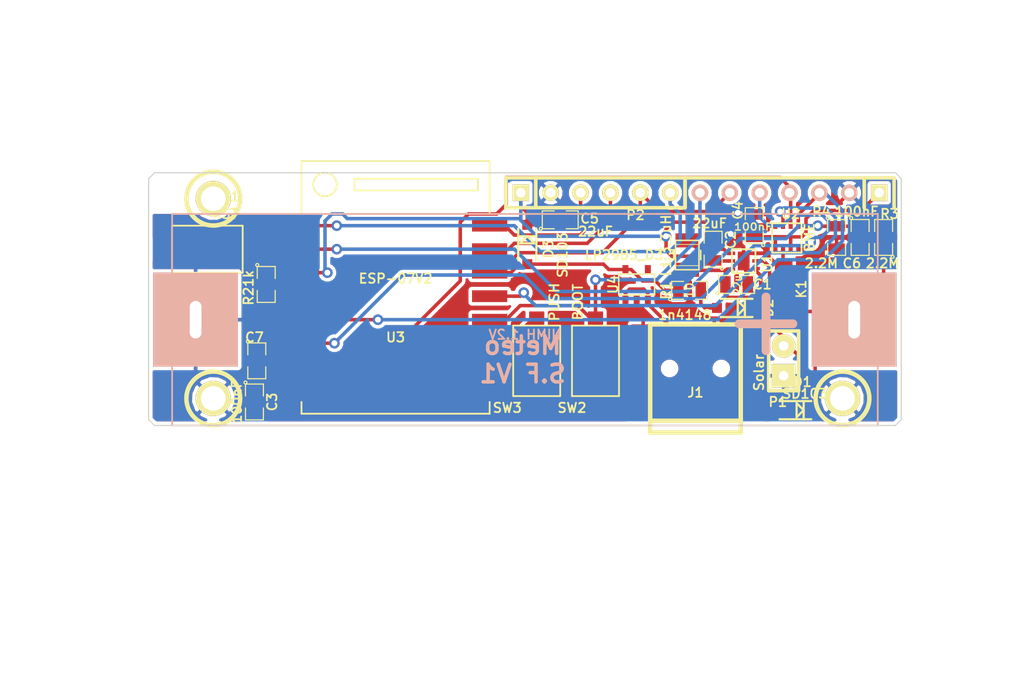
<source format=kicad_pcb>
(kicad_pcb (version 3) (host pcbnew "(22-Jun-2014 BZR 4027)-stable")

  (general
    (links 75)
    (no_connects 0)
    (area 61.000001 45.950001 152.399998 105.7)
    (thickness 1.6)
    (drawings 21)
    (tracks 282)
    (zones 0)
    (modules 31)
    (nets 22)
  )

  (page A4)
  (layers
    (15 F.Cu signal)
    (0 B.Cu signal)
    (16 B.Adhes user)
    (17 F.Adhes user)
    (18 B.Paste user)
    (19 F.Paste user)
    (20 B.SilkS user)
    (21 F.SilkS user)
    (22 B.Mask user)
    (23 F.Mask user)
    (24 Dwgs.User user)
    (25 Cmts.User user)
    (26 Eco1.User user)
    (27 Eco2.User user)
    (28 Edge.Cuts user)
  )

  (setup
    (last_trace_width 0.3)
    (trace_clearance 0.2)
    (zone_clearance 0.3)
    (zone_45_only no)
    (trace_min 0.19)
    (segment_width 0.2)
    (edge_width 0.1)
    (via_size 0.9)
    (via_drill 0.5)
    (via_min_size 0.889)
    (via_min_drill 0.5)
    (uvia_size 0.508)
    (uvia_drill 0.127)
    (uvias_allowed no)
    (uvia_min_size 0.508)
    (uvia_min_drill 0.127)
    (pcb_text_width 0.3)
    (pcb_text_size 1.5 1.5)
    (mod_edge_width 0.15)
    (mod_text_size 0.8 0.8)
    (mod_text_width 0.15)
    (pad_size 1.6 1)
    (pad_drill 0)
    (pad_to_mask_clearance 0)
    (aux_axis_origin 74 67.5)
    (visible_elements 7FFFFFFF)
    (pcbplotparams
      (layerselection 284721153)
      (usegerberextensions false)
      (excludeedgelayer true)
      (linewidth 0.150000)
      (plotframeref false)
      (viasonmask false)
      (mode 1)
      (useauxorigin false)
      (hpglpennumber 1)
      (hpglpenspeed 20)
      (hpglpendiameter 15)
      (hpglpenoverlay 2)
      (psnegative false)
      (psa4output false)
      (plotreference true)
      (plotvalue true)
      (plotothertext true)
      (plotinvisibletext false)
      (padsonsilk false)
      (subtractmaskfromsilk false)
      (outputformat 1)
      (mirror false)
      (drillshape 0)
      (scaleselection 1)
      (outputdirectory ""))
  )

  (net 0 "")
  (net 1 +3.3V)
  (net 2 /ADC)
  (net 3 /CS_BME)
  (net 4 /GPIO0)
  (net 5 /GPIO5)
  (net 6 /MISO)
  (net 7 /MOSI)
  (net 8 /RX)
  (net 9 /SCLK)
  (net 10 /TX)
  (net 11 /nRST)
  (net 12 GND)
  (net 13 N-0000018)
  (net 14 N-0000022)
  (net 15 N-0000024)
  (net 16 N-0000025)
  (net 17 N-0000026)
  (net 18 N-000003)
  (net 19 N-000005)
  (net 20 N-000007)
  (net 21 VCC)

  (net_class Default "Ceci est la Netclass par défaut"
    (clearance 0.2)
    (trace_width 0.3)
    (via_dia 0.9)
    (via_drill 0.5)
    (uvia_dia 0.508)
    (uvia_drill 0.127)
    (add_net "")
    (add_net +3.3V)
    (add_net /ADC)
    (add_net /CS_BME)
    (add_net /GPIO0)
    (add_net /GPIO5)
    (add_net /MISO)
    (add_net /MOSI)
    (add_net /RX)
    (add_net /SCLK)
    (add_net /TX)
    (add_net /nRST)
    (add_net GND)
    (add_net N-0000018)
    (add_net N-0000022)
    (add_net N-0000024)
    (add_net N-0000025)
    (add_net N-0000026)
    (add_net N-000003)
    (add_net N-000005)
    (add_net N-000007)
    (add_net VCC)
  )

  (net_class power ""
    (clearance 0.2)
    (trace_width 0.2)
    (via_dia 0.9)
    (via_drill 0.5)
    (uvia_dia 0.508)
    (uvia_drill 0.127)
  )

  (module SIL-7 (layer F.Cu) (tedit 55E061CB) (tstamp 55DE0C64)
    (at 128.5 62 180)
    (descr "Connecteur 7 pins")
    (tags "CONN DEV")
    (path /55DE1B19)
    (fp_text reference P3 (at 0.1 2.4 180) (layer F.SilkS) hide
      (effects (font (size 0.8 0.8) (thickness 0.15)))
    )
    (fp_text value CONN_7 (at 0 -2.54 180) (layer F.SilkS) hide
      (effects (font (size 0.8 0.8) (thickness 0.15)))
    )
    (fp_line (start -8.89 -1.27) (end -8.89 -1.27) (layer F.SilkS) (width 0.3048))
    (fp_line (start -8.89 1.27) (end 8.89 1.27) (layer F.SilkS) (width 0.3048))
    (fp_line (start 8.89 -1.27) (end 8.89 1.27) (layer F.SilkS) (width 0.3048))
    (fp_line (start -8.89 1.27) (end -8.89 -1.27) (layer F.SilkS) (width 0.3048))
    (fp_line (start -6.35 1.27) (end -6.35 1.27) (layer F.SilkS) (width 0.3048))
    (fp_line (start -6.35 1.27) (end -6.35 -1.27) (layer F.SilkS) (width 0.3048))
    (pad 1 thru_hole rect (at -7.62 0 180) (size 1.397 1.397) (drill 0.8128)
      (layers *.Cu *.Mask F.SilkS)
      (net 21 VCC)
    )
    (pad 2 thru_hole circle (at -5.08 0 180) (size 1.397 1.397) (drill 0.8128)
      (layers *.Cu *.SilkS *.Mask)
      (net 12 GND)
    )
    (pad 3 thru_hole circle (at -2.54 0 180) (size 1.397 1.397) (drill 0.8128)
      (layers *.Cu *.SilkS *.Mask)
      (net 9 /SCLK)
    )
    (pad 4 thru_hole circle (at 0 0 180) (size 1.397 1.397) (drill 0.8128)
      (layers *.Cu *.SilkS *.Mask)
      (net 7 /MOSI)
    )
    (pad 5 thru_hole circle (at 2.54 0 180) (size 1.397 1.397) (drill 0.8128)
      (layers *.Cu *.SilkS *.Mask)
      (net 6 /MISO)
    )
    (pad 6 thru_hole circle (at 5.08 0 180) (size 1.397 1.397) (drill 0.8128)
      (layers *.Cu *.SilkS *.Mask)
      (net 5 /GPIO5)
    )
    (pad 7 thru_hole circle (at 7.62 0 180) (size 1.397 1.397) (drill 0.8128)
      (layers *.Cu *.SilkS *.Mask)
      (net 4 /GPIO0)
    )
  )

  (module PWSON-N6 (layer F.Cu) (tedit 55ED7EC2) (tstamp 55E05D14)
    (at 124.6 67.8 90)
    (descr PWSON)
    (tags PWSON-N6)
    (path /55BCAFCC)
    (attr smd)
    (fp_text reference U1 (at -0.2 2 90) (layer F.SilkS)
      (effects (font (size 0.8 0.8) (thickness 0.15)))
    )
    (fp_text value TPS61291 (at 3.50012 0 180) (layer F.SilkS) hide
      (effects (font (size 0.8 0.8) (thickness 0.15)))
    )
    (fp_line (start -1 -1) (end 1 -1) (layer F.SilkS) (width 0.15))
    (fp_line (start 1 -1) (end 1 1) (layer F.SilkS) (width 0.15))
    (fp_line (start 1 1) (end -1 1) (layer F.SilkS) (width 0.15))
    (fp_line (start -1 1) (end -1 -1) (layer F.SilkS) (width 0.15))
    (pad 4 smd rect (at -0.65 1.05 90) (size 0.3 0.65)
      (layers F.Cu F.Paste F.Mask)
      (net 17 N-0000026)
    )
    (pad 3 smd rect (at -0.7 -1.05 90) (size 0.3 0.65)
      (layers F.Cu F.Paste F.Mask)
      (net 17 N-0000026)
    )
    (pad 2 smd rect (at 0 -1.05 90) (size 0.3 0.65)
      (layers F.Cu F.Paste F.Mask)
      (net 21 VCC)
    )
    (pad 5 smd rect (at 0 1.05 90) (size 0.3 0.65)
      (layers F.Cu F.Paste F.Mask)
      (net 15 N-0000024)
    )
    (pad 6 smd rect (at 0.65 1.05 90) (size 0.3 0.65)
      (layers F.Cu F.Paste F.Mask)
      (net 12 GND)
    )
    (pad 1 smd rect (at 0.65 -1.05 90) (size 0.3 0.65)
      (layers F.Cu F.Paste F.Mask)
      (net 16 N-0000025)
    )
    (pad 6 smd rect (at 0 0 90) (size 1.6 1)
      (layers F.Cu F.Paste F.Mask)
      (net 12 GND)
      (solder_paste_margin_ratio -0.2)
    )
    (model smd/cms_so8.wrl
      (at (xyz 0 0 0))
      (scale (xyz 0.5 0.32 0.5))
      (rotate (xyz 0 0 0))
    )
  )

  (module ipc-7351-inductor-INDC2520X220N (layer F.Cu) (tedit 55E058F5) (tstamp 55BD3B4A)
    (at 119.8 67.3 90)
    (path /55BCAB7B)
    (attr smd)
    (fp_text reference L1 (at -1.1 -1.8 90) (layer F.SilkS)
      (effects (font (size 0.8 0.8) (thickness 0.15)))
    )
    (fp_text value 3.3uH (at 1.7 -1.8 90) (layer F.SilkS)
      (effects (font (size 0.8 0.8) (thickness 0.15)))
    )
    (fp_line (start -1.24968 0.99822) (end -0.89916 0.99822) (layer F.SilkS) (width 0.06604))
    (fp_line (start -0.89916 0.99822) (end -0.89916 -0.99822) (layer F.SilkS) (width 0.06604))
    (fp_line (start -1.24968 -0.99822) (end -0.89916 -0.99822) (layer F.SilkS) (width 0.06604))
    (fp_line (start -1.24968 0.99822) (end -1.24968 -0.99822) (layer F.SilkS) (width 0.06604))
    (fp_line (start 0.89916 0.99822) (end 1.24968 0.99822) (layer F.SilkS) (width 0.06604))
    (fp_line (start 1.24968 0.99822) (end 1.24968 -0.99822) (layer F.SilkS) (width 0.06604))
    (fp_line (start 0.89916 -0.99822) (end 1.24968 -0.99822) (layer F.SilkS) (width 0.06604))
    (fp_line (start 0.89916 0.99822) (end 0.89916 -0.99822) (layer F.SilkS) (width 0.06604))
    (fp_line (start -1.99898 1.39954) (end -1.99898 -1.39954) (layer F.SilkS) (width 0.00012))
    (fp_line (start -1.99898 -1.39954) (end 1.99898 -1.39954) (layer F.SilkS) (width 0.00012))
    (fp_line (start 1.99898 -1.39954) (end 1.99898 1.39954) (layer F.SilkS) (width 0.00012))
    (fp_line (start 1.99898 1.39954) (end -1.99898 1.39954) (layer F.SilkS) (width 0.00012))
    (fp_line (start -0.39878 -1.14808) (end 0.39878 -1.14808) (layer F.SilkS) (width 0.127))
    (fp_line (start -0.39878 1.14808) (end 0.39878 1.14808) (layer F.SilkS) (width 0.127))
    (fp_line (start -1.24968 0.99822) (end -1.24968 -0.99822) (layer F.SilkS) (width 0.127))
    (fp_line (start -1.24968 -0.99822) (end 1.24968 -0.99822) (layer F.SilkS) (width 0.127))
    (fp_line (start 1.24968 -0.99822) (end 1.24968 0.99822) (layer F.SilkS) (width 0.127))
    (fp_line (start 1.24968 0.99822) (end -1.24968 0.99822) (layer F.SilkS) (width 0.127))
    (pad 1 smd rect (at -1.25 0 90) (size 1.2 2)
      (layers F.Cu F.Paste F.Mask)
      (net 17 N-0000026)
    )
    (pad 2 smd rect (at 1.25 0 90) (size 1.2 2)
      (layers F.Cu F.Paste F.Mask)
      (net 16 N-0000025)
    )
  )

  (module SW_PUSH_SMD_2pad (layer F.Cu) (tedit 55E05857) (tstamp 55BD3A79)
    (at 112 76.3 90)
    (path /55BC99DA)
    (fp_text reference SW2 (at -4 -2 180) (layer F.SilkS)
      (effects (font (size 0.8 0.8) (thickness 0.15)))
    )
    (fp_text value BOOT (at 5 -1.5 90) (layer F.SilkS)
      (effects (font (size 0.8 0.8) (thickness 0.15)))
    )
    (fp_line (start -3 -2) (end -3 2) (layer F.SilkS) (width 0.15))
    (fp_line (start -3 2) (end 3 2) (layer F.SilkS) (width 0.15))
    (fp_line (start 3 2) (end 3 -2) (layer F.SilkS) (width 0.15))
    (fp_line (start 3 -2) (end -3 -2) (layer F.SilkS) (width 0.15))
    (pad 1 smd rect (at -3.4 0 90) (size 2 1.2954)
      (layers F.Cu F.Paste F.Mask)
      (net 12 GND)
    )
    (pad 2 smd rect (at 3.2 0 90) (size 2 1.2954)
      (layers F.Cu F.Paste F.Mask)
      (net 4 /GPIO0)
    )
  )

  (module SW_PUSH_SMD_2pad (layer F.Cu) (tedit 55E05421) (tstamp 55BD3A83)
    (at 79 66.8)
    (path /55BC99E6)
    (fp_text reference SW1 (at 1.5 -4.5) (layer F.SilkS)
      (effects (font (size 0.8 0.8) (thickness 0.15)))
    )
    (fp_text value RST (at 1.5 -3) (layer F.SilkS)
      (effects (font (size 0.8 0.8) (thickness 0.15)))
    )
    (fp_line (start -3 -2) (end -3 2) (layer F.SilkS) (width 0.15))
    (fp_line (start -3 2) (end 3 2) (layer F.SilkS) (width 0.15))
    (fp_line (start 3 2) (end 3 -2) (layer F.SilkS) (width 0.15))
    (fp_line (start 3 -2) (end -3 -2) (layer F.SilkS) (width 0.15))
    (pad 1 smd rect (at -3.4 0) (size 2 1.2954)
      (layers F.Cu F.Paste F.Mask)
      (net 12 GND)
    )
    (pad 2 smd rect (at 3.2 0) (size 2 1.2954)
      (layers F.Cu F.Paste F.Mask)
      (net 11 /nRST)
    )
  )

  (module SM0805 (layer F.Cu) (tedit 55E05454) (tstamp 55BD3AA4)
    (at 83 79.8 270)
    (path /552668DA)
    (attr smd)
    (fp_text reference C3 (at 0 -1.5 270) (layer F.SilkS)
      (effects (font (size 0.8 0.8) (thickness 0.15)))
    )
    (fp_text value 100nF (at 0 1.5 270) (layer F.SilkS)
      (effects (font (size 0.8 0.8) (thickness 0.15)))
    )
    (fp_circle (center -1.651 0.762) (end -1.651 0.635) (layer F.SilkS) (width 0.09906))
    (fp_line (start -0.508 0.762) (end -1.524 0.762) (layer F.SilkS) (width 0.09906))
    (fp_line (start -1.524 0.762) (end -1.524 -0.762) (layer F.SilkS) (width 0.09906))
    (fp_line (start -1.524 -0.762) (end -0.508 -0.762) (layer F.SilkS) (width 0.09906))
    (fp_line (start 0.508 -0.762) (end 1.524 -0.762) (layer F.SilkS) (width 0.09906))
    (fp_line (start 1.524 -0.762) (end 1.524 0.762) (layer F.SilkS) (width 0.09906))
    (fp_line (start 1.524 0.762) (end 0.508 0.762) (layer F.SilkS) (width 0.09906))
    (pad 1 smd rect (at -0.9525 0 270) (size 0.889 1.397)
      (layers F.Cu F.Paste F.Mask)
      (net 21 VCC)
    )
    (pad 2 smd rect (at 0.9525 0 270) (size 0.889 1.397)
      (layers F.Cu F.Paste F.Mask)
      (net 12 GND)
    )
    (model smd/chip_cms.wrl
      (at (xyz 0 0 0))
      (scale (xyz 0.1 0.1 0.1))
      (rotate (xyz 0 0 0))
    )
  )

  (module SM0805 (layer F.Cu) (tedit 55E05EBF) (tstamp 55BD3AB1)
    (at 122 66.8 90)
    (path /55BCAB60)
    (attr smd)
    (fp_text reference C2 (at 0.8 1.5 90) (layer F.SilkS)
      (effects (font (size 0.8 0.8) (thickness 0.15)))
    )
    (fp_text value 22uF (at 2.2 -0.3 180) (layer F.SilkS)
      (effects (font (size 0.8 0.8) (thickness 0.15)))
    )
    (fp_circle (center -1.651 0.762) (end -1.651 0.635) (layer F.SilkS) (width 0.09906))
    (fp_line (start -0.508 0.762) (end -1.524 0.762) (layer F.SilkS) (width 0.09906))
    (fp_line (start -1.524 0.762) (end -1.524 -0.762) (layer F.SilkS) (width 0.09906))
    (fp_line (start -1.524 -0.762) (end -0.508 -0.762) (layer F.SilkS) (width 0.09906))
    (fp_line (start 0.508 -0.762) (end 1.524 -0.762) (layer F.SilkS) (width 0.09906))
    (fp_line (start 1.524 -0.762) (end 1.524 0.762) (layer F.SilkS) (width 0.09906))
    (fp_line (start 1.524 0.762) (end 0.508 0.762) (layer F.SilkS) (width 0.09906))
    (pad 1 smd rect (at -0.9525 0 90) (size 0.889 1.397)
      (layers F.Cu F.Paste F.Mask)
      (net 21 VCC)
    )
    (pad 2 smd rect (at 0.9525 0 90) (size 0.889 1.397)
      (layers F.Cu F.Paste F.Mask)
      (net 12 GND)
    )
    (model smd/chip_cms.wrl
      (at (xyz 0 0 0))
      (scale (xyz 0.1 0.1 0.1))
      (rotate (xyz 0 0 0))
    )
  )

  (module SM0805 (layer F.Cu) (tedit 55E05EEC) (tstamp 55BD3ACB)
    (at 125.5 64.8 90)
    (path /55BCAB38)
    (attr smd)
    (fp_text reference C4 (at 1.3 -1.4 90) (layer F.SilkS)
      (effects (font (size 0.8 0.8) (thickness 0.15)))
    )
    (fp_text value 100nF (at -0.1 -0.1 180) (layer F.SilkS)
      (effects (font (size 0.6 0.7) (thickness 0.12)))
    )
    (fp_circle (center -1.651 0.762) (end -1.651 0.635) (layer F.SilkS) (width 0.09906))
    (fp_line (start -0.508 0.762) (end -1.524 0.762) (layer F.SilkS) (width 0.09906))
    (fp_line (start -1.524 0.762) (end -1.524 -0.762) (layer F.SilkS) (width 0.09906))
    (fp_line (start -1.524 -0.762) (end -0.508 -0.762) (layer F.SilkS) (width 0.09906))
    (fp_line (start 0.508 -0.762) (end 1.524 -0.762) (layer F.SilkS) (width 0.09906))
    (fp_line (start 1.524 -0.762) (end 1.524 0.762) (layer F.SilkS) (width 0.09906))
    (fp_line (start 1.524 0.762) (end 0.508 0.762) (layer F.SilkS) (width 0.09906))
    (pad 1 smd rect (at -0.9525 0 90) (size 0.889 1.397)
      (layers F.Cu F.Paste F.Mask)
      (net 21 VCC)
    )
    (pad 2 smd rect (at 0.9525 0 90) (size 0.889 1.397)
      (layers F.Cu F.Paste F.Mask)
      (net 12 GND)
    )
    (model smd/chip_cms.wrl
      (at (xyz 0 0 0))
      (scale (xyz 0.1 0.1 0.1))
      (rotate (xyz 0 0 0))
    )
  )

  (module SM0805 (layer F.Cu) (tedit 55E05A19) (tstamp 55BD3AD8)
    (at 120 70.3)
    (path /55DC754E)
    (attr smd)
    (fp_text reference R1 (at -2 0 90) (layer F.SilkS)
      (effects (font (size 0.8 0.8) (thickness 0.15)))
    )
    (fp_text value 10 (at 0 0 90) (layer F.SilkS)
      (effects (font (size 0.7 0.7) (thickness 0.12)))
    )
    (fp_circle (center -1.651 0.762) (end -1.651 0.635) (layer F.SilkS) (width 0.09906))
    (fp_line (start -0.508 0.762) (end -1.524 0.762) (layer F.SilkS) (width 0.09906))
    (fp_line (start -1.524 0.762) (end -1.524 -0.762) (layer F.SilkS) (width 0.09906))
    (fp_line (start -1.524 -0.762) (end -0.508 -0.762) (layer F.SilkS) (width 0.09906))
    (fp_line (start 0.508 -0.762) (end 1.524 -0.762) (layer F.SilkS) (width 0.09906))
    (fp_line (start 1.524 -0.762) (end 1.524 0.762) (layer F.SilkS) (width 0.09906))
    (fp_line (start 1.524 0.762) (end 0.508 0.762) (layer F.SilkS) (width 0.09906))
    (pad 1 smd rect (at -0.9525 0) (size 0.889 1.397)
      (layers F.Cu F.Paste F.Mask)
      (net 1 +3.3V)
    )
    (pad 2 smd rect (at 0.9525 0) (size 0.889 1.397)
      (layers F.Cu F.Paste F.Mask)
      (net 18 N-000003)
    )
    (model smd/chip_cms.wrl
      (at (xyz 0 0 0))
      (scale (xyz 0.1 0.1 0.1))
      (rotate (xyz 0 0 0))
    )
  )

  (module SM0805 (layer F.Cu) (tedit 55E053DD) (tstamp 55BD5AA6)
    (at 84 69.8 270)
    (path /55DC52BB)
    (attr smd)
    (fp_text reference R2 (at 1 1.5 270) (layer F.SilkS)
      (effects (font (size 0.8 0.8) (thickness 0.15)))
    )
    (fp_text value 1k (at -0.5 1.5 270) (layer F.SilkS)
      (effects (font (size 0.8 0.8) (thickness 0.15)))
    )
    (fp_circle (center -1.651 0.762) (end -1.651 0.635) (layer F.SilkS) (width 0.09906))
    (fp_line (start -0.508 0.762) (end -1.524 0.762) (layer F.SilkS) (width 0.09906))
    (fp_line (start -1.524 0.762) (end -1.524 -0.762) (layer F.SilkS) (width 0.09906))
    (fp_line (start -1.524 -0.762) (end -0.508 -0.762) (layer F.SilkS) (width 0.09906))
    (fp_line (start 0.508 -0.762) (end 1.524 -0.762) (layer F.SilkS) (width 0.09906))
    (fp_line (start 1.524 -0.762) (end 1.524 0.762) (layer F.SilkS) (width 0.09906))
    (fp_line (start 1.524 0.762) (end 0.508 0.762) (layer F.SilkS) (width 0.09906))
    (pad 1 smd rect (at -0.9525 0 270) (size 0.889 1.397)
      (layers F.Cu F.Paste F.Mask)
      (net 11 /nRST)
    )
    (pad 2 smd rect (at 0.9525 0 270) (size 0.889 1.397)
      (layers F.Cu F.Paste F.Mask)
      (net 20 N-000007)
    )
    (model smd/chip_cms.wrl
      (at (xyz 0 0 0))
      (scale (xyz 0.1 0.1 0.1))
      (rotate (xyz 0 0 0))
    )
  )

  (module SM0805 (layer F.Cu) (tedit 55E059AA) (tstamp 55BD55E2)
    (at 124 69.8)
    (path /55BCACC4)
    (attr smd)
    (fp_text reference C1 (at 2.2 0) (layer F.SilkS)
      (effects (font (size 0.8 0.8) (thickness 0.15)))
    )
    (fp_text value 22uF (at 0.1 -0.2 90) (layer F.SilkS)
      (effects (font (size 0.7 0.6) (thickness 0.12)))
    )
    (fp_circle (center -1.651 0.762) (end -1.651 0.635) (layer F.SilkS) (width 0.09906))
    (fp_line (start -0.508 0.762) (end -1.524 0.762) (layer F.SilkS) (width 0.09906))
    (fp_line (start -1.524 0.762) (end -1.524 -0.762) (layer F.SilkS) (width 0.09906))
    (fp_line (start -1.524 -0.762) (end -0.508 -0.762) (layer F.SilkS) (width 0.09906))
    (fp_line (start 0.508 -0.762) (end 1.524 -0.762) (layer F.SilkS) (width 0.09906))
    (fp_line (start 1.524 -0.762) (end 1.524 0.762) (layer F.SilkS) (width 0.09906))
    (fp_line (start 1.524 0.762) (end 0.508 0.762) (layer F.SilkS) (width 0.09906))
    (pad 1 smd rect (at -0.9525 0) (size 0.889 1.397)
      (layers F.Cu F.Paste F.Mask)
      (net 17 N-0000026)
    )
    (pad 2 smd rect (at 0.9525 0) (size 0.889 1.397)
      (layers F.Cu F.Paste F.Mask)
      (net 12 GND)
    )
    (model smd/chip_cms.wrl
      (at (xyz 0 0 0))
      (scale (xyz 0.1 0.1 0.1))
      (rotate (xyz 0 0 0))
    )
  )

  (module ESP-07v2 (layer F.Cu) (tedit 5508BC65) (tstamp 55BD3B6C)
    (at 95 71.8)
    (path /55BC9A17)
    (fp_text reference U3 (at 0 2.5) (layer F.SilkS)
      (effects (font (size 0.8 0.8) (thickness 0.15)))
    )
    (fp_text value ESP-07V2 (at 0 -2.5) (layer F.SilkS)
      (effects (font (size 0.8 0.8) (thickness 0.15)))
    )
    (fp_line (start -3.5 -11) (end 7 -11) (layer F.SilkS) (width 0.15))
    (fp_line (start 7 -11) (end 7 -10) (layer F.SilkS) (width 0.15))
    (fp_line (start 7 -10) (end -3.5 -10) (layer F.SilkS) (width 0.15))
    (fp_line (start -3.5 -10) (end -3.5 -11) (layer F.SilkS) (width 0.15))
    (fp_line (start -3.5 -11) (end -3 -11) (layer F.SilkS) (width 0.15))
    (fp_line (start -3 -11) (end -3.5 -11) (layer F.SilkS) (width 0.15))
    (fp_line (start -3.5 -11) (end -3 -11) (layer F.SilkS) (width 0.15))
    (fp_circle (center -6 -10.5) (end -6 -9.5) (layer F.SilkS) (width 0.15))
    (fp_line (start -8 -8) (end -8 -12.5) (layer F.SilkS) (width 0.15))
    (fp_line (start -8 -12.5) (end 8 -12.5) (layer F.SilkS) (width 0.15))
    (fp_line (start 8 -12.5) (end 8 -8) (layer F.SilkS) (width 0.15))
    (fp_line (start -8 8) (end -8 9) (layer F.SilkS) (width 0.15))
    (fp_line (start -8 9) (end 8 9) (layer F.SilkS) (width 0.15))
    (fp_line (start 8 9) (end 8 8) (layer F.SilkS) (width 0.15))
    (pad 1 smd rect (at -8 -7) (size 3 1)
      (layers F.Cu F.Paste F.Mask)
      (net 11 /nRST)
    )
    (pad 2 smd rect (at -8 -5) (size 3 1)
      (layers F.Cu F.Paste F.Mask)
      (net 2 /ADC)
    )
    (pad 3 smd rect (at -8 -3) (size 3 1)
      (layers F.Cu F.Paste F.Mask)
      (net 21 VCC)
    )
    (pad 4 smd rect (at -8 -1) (size 3 1)
      (layers F.Cu F.Paste F.Mask)
      (net 20 N-000007)
    )
    (pad 5 smd rect (at -8 1) (size 3 1)
      (layers F.Cu F.Paste F.Mask)
      (net 9 /SCLK)
    )
    (pad 6 smd rect (at -8 3) (size 3 1)
      (layers F.Cu F.Paste F.Mask)
      (net 6 /MISO)
    )
    (pad 7 smd rect (at -8 5) (size 3 1)
      (layers F.Cu F.Paste F.Mask)
      (net 7 /MOSI)
    )
    (pad 8 smd rect (at -8 7) (size 3 1)
      (layers F.Cu F.Paste F.Mask)
      (net 21 VCC)
    )
    (pad 9 smd rect (at 8 7) (size 3 1)
      (layers F.Cu F.Paste F.Mask)
      (net 12 GND)
    )
    (pad 10 smd rect (at 8 5) (size 3 1)
      (layers F.Cu F.Paste F.Mask)
      (net 12 GND)
    )
    (pad 11 smd rect (at 8 3) (size 3 1)
      (layers F.Cu F.Paste F.Mask)
      (net 14 N-0000022)
    )
    (pad 12 smd rect (at 8 1) (size 3 1)
      (layers F.Cu F.Paste F.Mask)
      (net 4 /GPIO0)
    )
    (pad 13 smd rect (at 8 -1) (size 3 1)
      (layers F.Cu F.Paste F.Mask)
      (net 3 /CS_BME)
    )
    (pad 14 smd rect (at 8 -3) (size 3 1)
      (layers F.Cu F.Paste F.Mask)
      (net 5 /GPIO5)
    )
    (pad 15 smd rect (at 8 -5) (size 3 1)
      (layers F.Cu F.Paste F.Mask)
      (net 8 /RX)
    )
    (pad 16 smd rect (at 8 -7) (size 3 1)
      (layers F.Cu F.Paste F.Mask)
      (net 10 /TX)
    )
  )

  (module SIL-2 (layer F.Cu) (tedit 55E059C2) (tstamp 55E07B3D)
    (at 128 76.3 90)
    (descr "Connecteurs 2 pins")
    (tags "CONN DEV")
    (path /55BD2AB0)
    (fp_text reference P1 (at -3.5 -0.5 180) (layer F.SilkS)
      (effects (font (size 0.8 0.8) (thickness 0.15)))
    )
    (fp_text value Solar (at -1 -2.1 90) (layer F.SilkS)
      (effects (font (size 0.8 0.8) (thickness 0.15)))
    )
    (fp_line (start -2.54 1.27) (end -2.54 -1.27) (layer F.SilkS) (width 0.3048))
    (fp_line (start -2.54 -1.27) (end 2.54 -1.27) (layer F.SilkS) (width 0.3048))
    (fp_line (start 2.54 -1.27) (end 2.54 1.27) (layer F.SilkS) (width 0.3048))
    (fp_line (start 2.54 1.27) (end -2.54 1.27) (layer F.SilkS) (width 0.3048))
    (pad 1 thru_hole rect (at -1.27 0 90) (size 2 2) (drill 0.8128)
      (layers *.Cu *.Mask F.SilkS)
      (net 12 GND)
    )
    (pad 2 thru_hole circle (at 1.27 0 90) (size 2 2) (drill 0.8128)
      (layers *.Cu *.Mask F.SilkS)
      (net 13 N-0000018)
    )
  )

  (module AA (layer B.Cu) (tedit 55E060D4) (tstamp 55BD3D22)
    (at 106 72.8)
    (descr "module 2 pin (trou 6 mm)")
    (tags DEV)
    (path /55BD41D4)
    (fp_text reference P8 (at 0 -1.27) (layer B.SilkS) hide
      (effects (font (size 0.8 0.8) (thickness 0.15)) (justify mirror))
    )
    (fp_text value "NIMH 1.2V" (at 0 1.27) (layer B.SilkS)
      (effects (font (size 0.8 0.8) (thickness 0.15)) (justify mirror))
    )
    (fp_line (start 30 9) (end 30 -9) (layer B.SilkS) (width 0.15))
    (fp_line (start 30 -9) (end -30 -9) (layer B.SilkS) (width 0.15))
    (fp_line (start -30 -9) (end -30 9) (layer B.SilkS) (width 0.15))
    (fp_line (start -30 9) (end 30 9) (layer B.SilkS) (width 0.15))
    (pad 1 thru_hole rect (at -28 0) (size 7.2 8) (drill oval 1 3.2)
      (layers *.Cu *.Mask B.SilkS)
      (net 12 GND)
    )
    (pad 2 thru_hole rect (at 28 0) (size 7.2 8) (drill oval 1 3.2)
      (layers *.Cu *.Mask B.SilkS)
      (net 17 N-0000026)
    )
    (model "device/douille_4mm(red).wrl"
      (at (xyz -0.59 0 0))
      (scale (xyz 1.8 1.8 1.8))
      (rotate (xyz 0 0 0))
    )
    (model "device/douille_4mm(red).wrl"
      (at (xyz 0.59 0 0))
      (scale (xyz 1.8 1.8 1.8))
      (rotate (xyz 0 0 0))
    )
  )

  (module LGA8_2.5×2.5 (layer F.Cu) (tedit 55E075E7) (tstamp 55BD3B32)
    (at 128.27 65.84 90)
    (path /55BC9A31)
    (fp_text reference U2 (at 2.04 0.33 180) (layer F.SilkS)
      (effects (font (size 0.8 0.8) (thickness 0.15)))
    )
    (fp_text value BME (at 0.04 1.93 90) (layer F.SilkS)
      (effects (font (size 0.8 0.8) (thickness 0.15)))
    )
    (fp_line (start -1.25 -1.25) (end 1.25 -1.25) (layer F.SilkS) (width 0.15))
    (fp_line (start 1.25 -1.25) (end 1.25 1.25) (layer F.SilkS) (width 0.15))
    (fp_line (start 1.25 1.25) (end -1.25 1.25) (layer F.SilkS) (width 0.15))
    (fp_line (start -1.25 1.25) (end -1.25 -1.25) (layer F.SilkS) (width 0.15))
    (pad 1 smd trapezoid (at 1.0125 -0.975 90) (size 0.5 0.35)
      (layers F.Cu F.Paste F.Mask)
      (net 12 GND)
    )
    (pad 2 smd trapezoid (at 1.0125 -0.325 90) (size 0.5 0.35)
      (layers F.Cu F.Paste F.Mask)
      (net 3 /CS_BME)
    )
    (pad 3 smd trapezoid (at 1.0125 0.325 90) (size 0.5 0.35)
      (layers F.Cu F.Paste F.Mask)
      (net 7 /MOSI)
    )
    (pad 4 smd trapezoid (at 1.0125 0.975 90) (size 0.5 0.35)
      (layers F.Cu F.Paste F.Mask)
      (net 9 /SCLK)
    )
    (pad 5 smd trapezoid (at -1.0125 0.975 90) (size 0.5 0.35)
      (layers F.Cu F.Paste F.Mask)
      (net 6 /MISO)
    )
    (pad 6 smd trapezoid (at -1.0125 0.325 90) (size 0.5 0.35)
      (layers F.Cu F.Paste F.Mask)
      (net 21 VCC)
    )
    (pad 7 smd trapezoid (at -1.0125 -0.325 90) (size 0.5 0.35)
      (layers F.Cu F.Paste F.Mask)
      (net 12 GND)
    )
    (pad 8 smd trapezoid (at -1.0125 -0.975 90) (size 0.5 0.35)
      (layers F.Cu F.Paste F.Mask)
      (net 21 VCC)
    )
  )

  (module JUMP-3 (layer F.Cu) (tedit 55E05B29) (tstamp 55BD3B0A)
    (at 128 70.3 270)
    (descr "jumper 3 pins")
    (tags JUMP-3)
    (path /55BCDA62)
    (fp_text reference K1 (at -0.1 -1.5 270) (layer F.SilkS)
      (effects (font (size 0.8 0.8) (thickness 0.15)))
    )
    (fp_text value CONN_3 (at 0 -2.54 270) (layer F.SilkS) hide
      (effects (font (size 0.8 0.8) (thickness 0.15)))
    )
    (pad 1 smd rect (at -1.8 0 270) (size 1.5 1.5)
      (layers F.Cu F.Paste F.Mask)
      (net 12 GND)
    )
    (pad 2 smd rect (at 0 0 270) (size 1.5 1.5)
      (layers F.Cu F.Paste F.Mask)
      (net 15 N-0000024)
    )
    (pad 3 smd rect (at 1.8 0 270) (size 1.5 1.5)
      (layers F.Cu F.Paste F.Mask)
      (net 17 N-0000026)
    )
  )

  (module SM0805 (layer F.Cu) (tedit 55E058D0) (tstamp 55BD5E68)
    (at 136.5 65.8 90)
    (path /55BD5F34)
    (attr smd)
    (fp_text reference R3 (at 2 0.5 180) (layer F.SilkS)
      (effects (font (size 0.8 0.8) (thickness 0.15)))
    )
    (fp_text value 2.2M (at -2.2 -0.1 180) (layer F.SilkS)
      (effects (font (size 0.8 0.8) (thickness 0.15)))
    )
    (fp_circle (center -1.651 0.762) (end -1.651 0.635) (layer F.SilkS) (width 0.09906))
    (fp_line (start -0.508 0.762) (end -1.524 0.762) (layer F.SilkS) (width 0.09906))
    (fp_line (start -1.524 0.762) (end -1.524 -0.762) (layer F.SilkS) (width 0.09906))
    (fp_line (start -1.524 -0.762) (end -0.508 -0.762) (layer F.SilkS) (width 0.09906))
    (fp_line (start 0.508 -0.762) (end 1.524 -0.762) (layer F.SilkS) (width 0.09906))
    (fp_line (start 1.524 -0.762) (end 1.524 0.762) (layer F.SilkS) (width 0.09906))
    (fp_line (start 1.524 0.762) (end 0.508 0.762) (layer F.SilkS) (width 0.09906))
    (pad 1 smd rect (at -0.9525 0 90) (size 0.889 1.397)
      (layers F.Cu F.Paste F.Mask)
      (net 17 N-0000026)
    )
    (pad 2 smd rect (at 0.9525 0 90) (size 0.889 1.397)
      (layers F.Cu F.Paste F.Mask)
      (net 2 /ADC)
    )
    (model smd/chip_cms.wrl
      (at (xyz 0 0 0))
      (scale (xyz 0.1 0.1 0.1))
      (rotate (xyz 0 0 0))
    )
  )

  (module SM0805 (layer F.Cu) (tedit 55E058DB) (tstamp 55E05BAD)
    (at 132.5 65.8 270)
    (path /55BD5F4B)
    (attr smd)
    (fp_text reference R4 (at -2.2 1.3 360) (layer F.SilkS)
      (effects (font (size 0.8 0.8) (thickness 0.15)))
    )
    (fp_text value 2.2M (at 2.2 1.3 360) (layer F.SilkS)
      (effects (font (size 0.8 0.8) (thickness 0.15)))
    )
    (fp_circle (center -1.651 0.762) (end -1.651 0.635) (layer F.SilkS) (width 0.09906))
    (fp_line (start -0.508 0.762) (end -1.524 0.762) (layer F.SilkS) (width 0.09906))
    (fp_line (start -1.524 0.762) (end -1.524 -0.762) (layer F.SilkS) (width 0.09906))
    (fp_line (start -1.524 -0.762) (end -0.508 -0.762) (layer F.SilkS) (width 0.09906))
    (fp_line (start 0.508 -0.762) (end 1.524 -0.762) (layer F.SilkS) (width 0.09906))
    (fp_line (start 1.524 -0.762) (end 1.524 0.762) (layer F.SilkS) (width 0.09906))
    (fp_line (start 1.524 0.762) (end 0.508 0.762) (layer F.SilkS) (width 0.09906))
    (pad 1 smd rect (at -0.9525 0 270) (size 0.889 1.397)
      (layers F.Cu F.Paste F.Mask)
      (net 2 /ADC)
    )
    (pad 2 smd rect (at 0.9525 0 270) (size 0.889 1.397)
      (layers F.Cu F.Paste F.Mask)
      (net 12 GND)
    )
    (model smd/chip_cms.wrl
      (at (xyz 0 0 0))
      (scale (xyz 0.1 0.1 0.1))
      (rotate (xyz 0 0 0))
    )
  )

  (module SM0805 (layer F.Cu) (tedit 55E058D4) (tstamp 55BD5E82)
    (at 134.5 65.8 270)
    (path /55BD61B0)
    (attr smd)
    (fp_text reference C6 (at 2.2 0.7 360) (layer F.SilkS)
      (effects (font (size 0.8 0.8) (thickness 0.15)))
    )
    (fp_text value 100nF (at -2.2 0.3 360) (layer F.SilkS)
      (effects (font (size 0.8 0.8) (thickness 0.15)))
    )
    (fp_circle (center -1.651 0.762) (end -1.651 0.635) (layer F.SilkS) (width 0.09906))
    (fp_line (start -0.508 0.762) (end -1.524 0.762) (layer F.SilkS) (width 0.09906))
    (fp_line (start -1.524 0.762) (end -1.524 -0.762) (layer F.SilkS) (width 0.09906))
    (fp_line (start -1.524 -0.762) (end -0.508 -0.762) (layer F.SilkS) (width 0.09906))
    (fp_line (start 0.508 -0.762) (end 1.524 -0.762) (layer F.SilkS) (width 0.09906))
    (fp_line (start 1.524 -0.762) (end 1.524 0.762) (layer F.SilkS) (width 0.09906))
    (fp_line (start 1.524 0.762) (end 0.508 0.762) (layer F.SilkS) (width 0.09906))
    (pad 1 smd rect (at -0.9525 0 270) (size 0.889 1.397)
      (layers F.Cu F.Paste F.Mask)
      (net 2 /ADC)
    )
    (pad 2 smd rect (at 0.9525 0 270) (size 0.889 1.397)
      (layers F.Cu F.Paste F.Mask)
      (net 12 GND)
    )
    (model smd/chip_cms.wrl
      (at (xyz 0 0 0))
      (scale (xyz 0.1 0.1 0.1))
      (rotate (xyz 0 0 0))
    )
  )

  (module 1pin (layer F.Cu) (tedit 55E05C8E) (tstamp 55E07BA4)
    (at 79.5 62.5)
    (descr "module 1 pin (ou trou mecanique de percage)")
    (tags DEV)
    (path /55BD51DD)
    (fp_text reference P9 (at 0 -3.048) (layer F.SilkS) hide
      (effects (font (size 0.8 0.8) (thickness 0.15)))
    )
    (fp_text value DRILL (at 0 2.794) (layer F.SilkS) hide
      (effects (font (size 0.8 0.8) (thickness 0.15)))
    )
    (fp_circle (center 0 0) (end 0 -2.286) (layer F.SilkS) (width 0.381))
    (pad 1 thru_hole circle (at 0 0) (size 3 3) (drill 2.1)
      (layers *.Cu *.Mask F.SilkS)
    )
  )

  (module 1pin (layer F.Cu) (tedit 55E05CC7) (tstamp 55E07B9D)
    (at 79.5 79.5)
    (descr "module 1 pin (ou trou mecanique de percage)")
    (tags DEV)
    (path /55BD51EC)
    (fp_text reference P10 (at 3.5 0) (layer F.SilkS) hide
      (effects (font (size 0.8 0.8) (thickness 0.15)))
    )
    (fp_text value DRILL (at 0 2.794) (layer F.SilkS) hide
      (effects (font (size 0.8 0.8) (thickness 0.15)))
    )
    (fp_circle (center 0 0) (end 0 -2.286) (layer F.SilkS) (width 0.381))
    (pad 1 thru_hole circle (at 0 0) (size 3 3) (drill 2.1)
      (layers *.Cu *.Mask F.SilkS)
      (net 12 GND)
    )
  )

  (module 1pin (layer F.Cu) (tedit 55E05CAB) (tstamp 55E07B96)
    (at 133 79.5)
    (descr "module 1 pin (ou trou mecanique de percage)")
    (tags DEV)
    (path /55BD520A)
    (fp_text reference P12 (at 0 -3.048) (layer F.SilkS) hide
      (effects (font (size 0.8 0.8) (thickness 0.15)))
    )
    (fp_text value DRILL (at 0 2.794) (layer F.SilkS) hide
      (effects (font (size 0.8 0.8) (thickness 0.15)))
    )
    (fp_circle (center 0 0) (end 0 -2.286) (layer F.SilkS) (width 0.381))
    (pad 1 thru_hole circle (at 0 0) (size 3 3) (drill 2.1)
      (layers *.Cu *.Mask F.SilkS)
      (net 12 GND)
    )
  )

  (module USB_MINI_B (layer F.Cu) (tedit 55E05A34) (tstamp 55DE0BCA)
    (at 120.5 77.8 90)
    (descr "USB Mini-B 5-pin SMD connector")
    (tags "USB, Mini-B, connector")
    (path /55DC7704)
    (fp_text reference J1 (at -1.2 0 180) (layer F.SilkS)
      (effects (font (size 0.8 0.8) (thickness 0.15)))
    )
    (fp_text value USB-MINI-B-SMD (at 0 -7.0993 90) (layer F.SilkS) hide
      (effects (font (size 0.8 0.8) (thickness 0.15)))
    )
    (fp_line (start -3.59918 -3.85064) (end -3.59918 3.85064) (layer F.SilkS) (width 0.381))
    (fp_line (start -4.59994 -3.85064) (end -4.59994 3.85064) (layer F.SilkS) (width 0.381))
    (fp_line (start -4.59994 3.85064) (end 4.59994 3.85064) (layer F.SilkS) (width 0.381))
    (fp_line (start 4.59994 3.85064) (end 4.59994 -3.85064) (layer F.SilkS) (width 0.381))
    (fp_line (start 4.59994 -3.85064) (end -4.59994 -3.85064) (layer F.SilkS) (width 0.381))
    (pad 1 smd rect (at 3.44932 -1.6002 90) (size 2.30124 0.50038)
      (layers F.Cu F.Paste F.Mask)
      (net 19 N-000005)
    )
    (pad 2 smd rect (at 3.44932 -0.8001 90) (size 2.30124 0.50038)
      (layers F.Cu F.Paste F.Mask)
    )
    (pad 3 smd rect (at 3.44932 0 90) (size 2.30124 0.50038)
      (layers F.Cu F.Paste F.Mask)
    )
    (pad 4 smd rect (at 3.44932 0.8001 90) (size 2.30124 0.50038)
      (layers F.Cu F.Paste F.Mask)
    )
    (pad 5 smd rect (at 3.44932 1.6002 90) (size 2.30124 0.50038)
      (layers F.Cu F.Paste F.Mask)
      (net 12 GND)
    )
    (pad 6 smd rect (at 3.35026 -4.45008 90) (size 2.49936 1.99898)
      (layers F.Cu F.Paste F.Mask)
      (net 12 GND)
    )
    (pad 7 smd rect (at -2.14884 -4.45008 90) (size 2.49936 1.99898)
      (layers F.Cu F.Paste F.Mask)
    )
    (pad 8 smd rect (at 3.35026 4.45008 90) (size 2.49936 1.99898)
      (layers F.Cu F.Paste F.Mask)
    )
    (pad 9 smd rect (at -2.14884 4.45008 90) (size 2.49936 1.99898)
      (layers F.Cu F.Paste F.Mask)
    )
    (pad "" np_thru_hole circle (at 0.8509 -2.19964 90) (size 0.89916 0.89916) (drill 0.89916)
      (layers *.Cu *.Mask F.SilkS)
    )
    (pad 2 np_thru_hole circle (at 0.8509 2.19964 90) (size 0.89916 0.89916) (drill 0.89916)
      (layers *.Cu *.Mask F.SilkS)
    )
  )

  (module SW_PUSH_SMD_2pad (layer F.Cu) (tedit 55E05787) (tstamp 55DE0BFE)
    (at 107 76.3 90)
    (path /55DE142E)
    (fp_text reference SW3 (at -4 -2.5 180) (layer F.SilkS)
      (effects (font (size 0.8 0.8) (thickness 0.15)))
    )
    (fp_text value PUSH (at 5 1.5 90) (layer F.SilkS)
      (effects (font (size 0.8 0.8) (thickness 0.15)))
    )
    (fp_line (start -3 -2) (end -3 2) (layer F.SilkS) (width 0.15))
    (fp_line (start -3 2) (end 3 2) (layer F.SilkS) (width 0.15))
    (fp_line (start 3 2) (end 3 -2) (layer F.SilkS) (width 0.15))
    (fp_line (start 3 -2) (end -3 -2) (layer F.SilkS) (width 0.15))
    (pad 1 smd rect (at -3.4 0 90) (size 2 1.2954)
      (layers F.Cu F.Paste F.Mask)
      (net 12 GND)
    )
    (pad 2 smd rect (at 3.2 0 90) (size 2 1.2954)
      (layers F.Cu F.Paste F.Mask)
      (net 14 N-0000022)
    )
  )

  (module SM0805 (layer F.Cu) (tedit 55E05450) (tstamp 55DE0C34)
    (at 83.2 76.3 270)
    (path /55DC5A5F)
    (attr smd)
    (fp_text reference C7 (at -2 0.2 360) (layer F.SilkS)
      (effects (font (size 0.8 0.8) (thickness 0.15)))
    )
    (fp_text value C (at 0 0.381 270) (layer F.SilkS) hide
      (effects (font (size 0.8 0.8) (thickness 0.15)))
    )
    (fp_circle (center -1.651 0.762) (end -1.651 0.635) (layer F.SilkS) (width 0.09906))
    (fp_line (start -0.508 0.762) (end -1.524 0.762) (layer F.SilkS) (width 0.09906))
    (fp_line (start -1.524 0.762) (end -1.524 -0.762) (layer F.SilkS) (width 0.09906))
    (fp_line (start -1.524 -0.762) (end -0.508 -0.762) (layer F.SilkS) (width 0.09906))
    (fp_line (start 0.508 -0.762) (end 1.524 -0.762) (layer F.SilkS) (width 0.09906))
    (fp_line (start 1.524 -0.762) (end 1.524 0.762) (layer F.SilkS) (width 0.09906))
    (fp_line (start 1.524 0.762) (end 0.508 0.762) (layer F.SilkS) (width 0.09906))
    (pad 1 smd rect (at -0.9525 0 270) (size 0.889 1.397)
      (layers F.Cu F.Paste F.Mask)
      (net 11 /nRST)
    )
    (pad 2 smd rect (at 0.9525 0 270) (size 0.889 1.397)
      (layers F.Cu F.Paste F.Mask)
      (net 12 GND)
    )
    (model smd/chip_cms.wrl
      (at (xyz 0 0 0))
      (scale (xyz 0.1 0.1 0.1))
      (rotate (xyz 0 0 0))
    )
  )

  (module SOT23-5 (layer F.Cu) (tedit 55E0584E) (tstamp 55E057B9)
    (at 115.5 69.8)
    (path /55DC66BA)
    (attr smd)
    (fp_text reference U4 (at -2 0 90) (layer F.SilkS)
      (effects (font (size 0.8 0.8) (thickness 0.15)))
    )
    (fp_text value LP2985_D3.3 (at -0.5 -2.5) (layer F.SilkS)
      (effects (font (size 0.8 0.8) (thickness 0.15)))
    )
    (fp_line (start 1.524 -0.889) (end 1.524 0.889) (layer F.SilkS) (width 0.127))
    (fp_line (start 1.524 0.889) (end -1.524 0.889) (layer F.SilkS) (width 0.127))
    (fp_line (start -1.524 0.889) (end -1.524 -0.889) (layer F.SilkS) (width 0.127))
    (fp_line (start -1.524 -0.889) (end 1.524 -0.889) (layer F.SilkS) (width 0.127))
    (pad 1 smd rect (at -0.9525 1.27) (size 0.508 0.762)
      (layers F.Cu F.Paste F.Mask)
      (net 19 N-000005)
    )
    (pad 3 smd rect (at 0.9525 1.27) (size 0.508 0.762)
      (layers F.Cu F.Paste F.Mask)
      (net 19 N-000005)
    )
    (pad 5 smd rect (at -0.9525 -1.27) (size 0.508 0.762)
      (layers F.Cu F.Paste F.Mask)
      (net 1 +3.3V)
    )
    (pad 2 smd rect (at 0 1.27) (size 0.508 0.762)
      (layers F.Cu F.Paste F.Mask)
      (net 12 GND)
    )
    (pad 4 smd rect (at 0.9525 -1.27) (size 0.508 0.762)
      (layers F.Cu F.Paste F.Mask)
    )
    (model smd/SOT23_5.wrl
      (at (xyz 0 0 0))
      (scale (xyz 0.1 0.1 0.1))
      (rotate (xyz 0 0 0))
    )
  )

  (module SIL-6 (layer F.Cu) (tedit 55E05F58) (tstamp 55E07BB4)
    (at 112 62)
    (descr "Connecteur 6 pins")
    (tags "CONN DEV")
    (path /55DE1F7C)
    (fp_text reference P2 (at 3.4 1.9) (layer F.SilkS)
      (effects (font (size 0.8 0.8) (thickness 0.15)))
    )
    (fp_text value CONN_6 (at 0 -2.54) (layer F.SilkS) hide
      (effects (font (size 0.8 0.8) (thickness 0.15)))
    )
    (fp_line (start -7.62 1.27) (end -7.62 -1.27) (layer F.SilkS) (width 0.3048))
    (fp_line (start -7.62 -1.27) (end 7.62 -1.27) (layer F.SilkS) (width 0.3048))
    (fp_line (start 7.62 -1.27) (end 7.62 1.27) (layer F.SilkS) (width 0.3048))
    (fp_line (start 7.62 1.27) (end -7.62 1.27) (layer F.SilkS) (width 0.3048))
    (fp_line (start -5.08 1.27) (end -5.08 -1.27) (layer F.SilkS) (width 0.3048))
    (pad 1 thru_hole rect (at -6.35 0) (size 1.397 1.397) (drill 0.8128)
      (layers *.Cu *.Mask F.SilkS)
      (net 21 VCC)
    )
    (pad 2 thru_hole circle (at -3.81 0) (size 1.397 1.397) (drill 0.8128)
      (layers *.Cu *.Mask F.SilkS)
      (net 12 GND)
    )
    (pad 3 thru_hole circle (at -1.27 0) (size 1.397 1.397) (drill 0.8128)
      (layers *.Cu *.Mask F.SilkS)
      (net 10 /TX)
    )
    (pad 4 thru_hole circle (at 1.27 0) (size 1.397 1.397) (drill 0.8128)
      (layers *.Cu *.Mask F.SilkS)
      (net 8 /RX)
    )
    (pad 5 thru_hole circle (at 3.81 0) (size 1.397 1.397) (drill 0.8128)
      (layers *.Cu *.Mask F.SilkS)
      (net 5 /GPIO5)
    )
    (pad 6 thru_hole circle (at 6.35 0) (size 1.397 1.397) (drill 0.8128)
      (layers *.Cu *.Mask F.SilkS)
      (net 11 /nRST)
    )
  )

  (module SM0805 (layer F.Cu) (tedit 55E05A81) (tstamp 55DE0C6C)
    (at 109 64.3)
    (path /55DC7EF8)
    (attr smd)
    (fp_text reference C5 (at 2.5 -0.1) (layer F.SilkS)
      (effects (font (size 0.8 0.8) (thickness 0.15)))
    )
    (fp_text value 22uF (at 3 1) (layer F.SilkS)
      (effects (font (size 0.8 0.8) (thickness 0.15)))
    )
    (fp_circle (center -1.651 0.762) (end -1.651 0.635) (layer F.SilkS) (width 0.09906))
    (fp_line (start -0.508 0.762) (end -1.524 0.762) (layer F.SilkS) (width 0.09906))
    (fp_line (start -1.524 0.762) (end -1.524 -0.762) (layer F.SilkS) (width 0.09906))
    (fp_line (start -1.524 -0.762) (end -0.508 -0.762) (layer F.SilkS) (width 0.09906))
    (fp_line (start 0.508 -0.762) (end 1.524 -0.762) (layer F.SilkS) (width 0.09906))
    (fp_line (start 1.524 -0.762) (end 1.524 0.762) (layer F.SilkS) (width 0.09906))
    (fp_line (start 1.524 0.762) (end 0.508 0.762) (layer F.SilkS) (width 0.09906))
    (pad 1 smd rect (at -0.9525 0) (size 0.889 1.397)
      (layers F.Cu F.Paste F.Mask)
      (net 21 VCC)
    )
    (pad 2 smd rect (at 0.9525 0) (size 0.889 1.397)
      (layers F.Cu F.Paste F.Mask)
      (net 12 GND)
    )
    (model smd/chip_cms.wrl
      (at (xyz 0 0 0))
      (scale (xyz 0.1 0.1 0.1))
      (rotate (xyz 0 0 0))
    )
  )

  (module SOD123_Corige (layer F.Cu) (tedit 55E05A55) (tstamp 55D4AFCA)
    (at 129 80.5)
    (path /55CF34DE)
    (fp_text reference D1 (at 0.6 -2.4) (layer F.SilkS)
      (effects (font (size 0.8 0.8) (thickness 0.15)))
    )
    (fp_text value SD103 (at 0.8 -1.4) (layer F.SilkS)
      (effects (font (size 0.8 0.8) (thickness 0.15)))
    )
    (fp_line (start 1.34874 0.7747) (end -1.34874 0.7747) (layer F.SilkS) (width 0.1905))
    (fp_line (start -1.34874 -0.7747) (end 1.34874 -0.7747) (layer F.SilkS) (width 0.1905))
    (fp_line (start 0.70104 -0.7747) (end 0.70104 0.7747) (layer F.SilkS) (width 0.1905))
    (fp_line (start -1.34874 -0.7747) (end -1.34874 0.7747) (layer Dwgs.User) (width 0.1905))
    (fp_line (start 1.34874 -0.7747) (end 1.34874 0.7747) (layer Dwgs.User) (width 0.1905))
    (fp_line (start 0.70104 0) (end 0.09906 -0.59944) (layer F.SilkS) (width 0.1905))
    (fp_line (start 0.09906 -0.59944) (end 0.09906 0.59944) (layer F.SilkS) (width 0.1905))
    (fp_line (start 0.09906 0.59944) (end 0.70104 0) (layer F.SilkS) (width 0.1905))
    (pad 1 smd rect (at -1.67386 0) (size 0.8509 0.8509)
      (layers F.Cu F.Paste F.Mask)
      (net 13 N-0000018)
    )
    (pad 2 smd rect (at 1.67386 0) (size 0.8509 0.8509)
      (layers F.Cu F.Paste F.Mask)
      (net 17 N-0000026)
    )
  )

  (module SOD123_Corige (layer F.Cu) (tedit 55E05A7A) (tstamp 55DE0C0C)
    (at 106.2 66.4 90)
    (path /55DC67AD)
    (fp_text reference D3 (at -0.4 1.8 90) (layer F.SilkS)
      (effects (font (size 0.8 0.8) (thickness 0.15)))
    )
    (fp_text value SD103 (at -0.9 3 90) (layer F.SilkS)
      (effects (font (size 0.8 0.8) (thickness 0.15)))
    )
    (fp_line (start 1.34874 0.7747) (end -1.34874 0.7747) (layer F.SilkS) (width 0.1905))
    (fp_line (start -1.34874 -0.7747) (end 1.34874 -0.7747) (layer F.SilkS) (width 0.1905))
    (fp_line (start 0.70104 -0.7747) (end 0.70104 0.7747) (layer F.SilkS) (width 0.1905))
    (fp_line (start -1.34874 -0.7747) (end -1.34874 0.7747) (layer Dwgs.User) (width 0.1905))
    (fp_line (start 1.34874 -0.7747) (end 1.34874 0.7747) (layer Dwgs.User) (width 0.1905))
    (fp_line (start 0.70104 0) (end 0.09906 -0.59944) (layer F.SilkS) (width 0.1905))
    (fp_line (start 0.09906 -0.59944) (end 0.09906 0.59944) (layer F.SilkS) (width 0.1905))
    (fp_line (start 0.09906 0.59944) (end 0.70104 0) (layer F.SilkS) (width 0.1905))
    (pad 1 smd rect (at -1.67386 0 90) (size 0.8509 0.8509)
      (layers F.Cu F.Paste F.Mask)
      (net 1 +3.3V)
    )
    (pad 2 smd rect (at 1.67386 0 90) (size 0.8509 0.8509)
      (layers F.Cu F.Paste F.Mask)
      (net 21 VCC)
    )
  )

  (module SOD123_Corige (layer F.Cu) (tedit 55E059FB) (tstamp 55DE0C1A)
    (at 124 71.8)
    (path /55DC7556)
    (fp_text reference D2 (at 2.7 0 90) (layer F.SilkS)
      (effects (font (size 0.8 0.8) (thickness 0.15)))
    )
    (fp_text value 1n4148 (at -4.4 0.6) (layer F.SilkS)
      (effects (font (size 0.8 0.8) (thickness 0.15)))
    )
    (fp_line (start 1.34874 0.7747) (end -1.34874 0.7747) (layer F.SilkS) (width 0.1905))
    (fp_line (start -1.34874 -0.7747) (end 1.34874 -0.7747) (layer F.SilkS) (width 0.1905))
    (fp_line (start 0.70104 -0.7747) (end 0.70104 0.7747) (layer F.SilkS) (width 0.1905))
    (fp_line (start -1.34874 -0.7747) (end -1.34874 0.7747) (layer Dwgs.User) (width 0.1905))
    (fp_line (start 1.34874 -0.7747) (end 1.34874 0.7747) (layer Dwgs.User) (width 0.1905))
    (fp_line (start 0.70104 0) (end 0.09906 -0.59944) (layer F.SilkS) (width 0.1905))
    (fp_line (start 0.09906 -0.59944) (end 0.09906 0.59944) (layer F.SilkS) (width 0.1905))
    (fp_line (start 0.09906 0.59944) (end 0.70104 0) (layer F.SilkS) (width 0.1905))
    (pad 1 smd rect (at -1.67386 0) (size 0.8509 0.8509)
      (layers F.Cu F.Paste F.Mask)
      (net 18 N-000003)
    )
    (pad 2 smd rect (at 1.67386 0) (size 0.8509 0.8509)
      (layers F.Cu F.Paste F.Mask)
      (net 13 N-0000018)
    )
  )

  (dimension 16 (width 0.3) (layer Dwgs.User)
    (gr_text "16,000 mm" (at 95 54.650001) (layer Dwgs.User)
      (effects (font (size 1.5 1.5) (thickness 0.3)))
    )
    (feature1 (pts (xy 103 67) (xy 103 53.300001)))
    (feature2 (pts (xy 87 67) (xy 87 53.300001)))
    (crossbar (pts (xy 87 56.000001) (xy 103 56.000001)))
    (arrow1a (pts (xy 103 56.000001) (xy 101.873497 56.586421)))
    (arrow1b (pts (xy 103 56.000001) (xy 101.873497 55.413581)))
    (arrow2a (pts (xy 87 56.000001) (xy 88.126503 56.586421)))
    (arrow2b (pts (xy 87 56.000001) (xy 88.126503 55.413581)))
  )
  (dimension 13 (width 0.3) (layer Dwgs.User)
    (gr_text "13,000 mm" (at 80.5 54.650001) (layer Dwgs.User)
      (effects (font (size 1.5 1.5) (thickness 0.3)))
    )
    (feature1 (pts (xy 87 67) (xy 87 53.300001)))
    (feature2 (pts (xy 74 67) (xy 74 53.300001)))
    (crossbar (pts (xy 74 56.000001) (xy 87 56.000001)))
    (arrow1a (pts (xy 87 56.000001) (xy 85.873497 56.586421)))
    (arrow1b (pts (xy 87 56.000001) (xy 85.873497 55.413581)))
    (arrow2a (pts (xy 74 56.000001) (xy 75.126503 56.586421)))
    (arrow2b (pts (xy 74 56.000001) (xy 75.126503 55.413581)))
  )
  (dimension 14.5 (width 0.3) (layer Dwgs.User)
    (gr_text "14,500 mm" (at 113.25 86.349999) (layer Dwgs.User)
      (effects (font (size 1.5 1.5) (thickness 0.3)))
    )
    (feature1 (pts (xy 106 77.8) (xy 106 87.699999)))
    (feature2 (pts (xy 120.5 77.8) (xy 120.5 87.699999)))
    (crossbar (pts (xy 120.5 84.999999) (xy 106 84.999999)))
    (arrow1a (pts (xy 106 84.999999) (xy 107.126503 84.413579)))
    (arrow1b (pts (xy 106 84.999999) (xy 107.126503 85.586419)))
    (arrow2a (pts (xy 120.5 84.999999) (xy 119.373497 84.413579)))
    (arrow2b (pts (xy 120.5 84.999999) (xy 119.373497 85.586419)))
  )
  (dimension 32 (width 0.3) (layer Dwgs.User)
    (gr_text "32,000 mm" (at 122 104.349999) (layer Dwgs.User)
      (effects (font (size 1.5 1.5) (thickness 0.3)))
    )
    (feature1 (pts (xy 106 61) (xy 106 105.699999)))
    (feature2 (pts (xy 138 61) (xy 138 105.699999)))
    (crossbar (pts (xy 138 102.999999) (xy 106 102.999999)))
    (arrow1a (pts (xy 106 102.999999) (xy 107.126503 102.413579)))
    (arrow1b (pts (xy 106 102.999999) (xy 107.126503 103.586419)))
    (arrow2a (pts (xy 138 102.999999) (xy 136.873497 102.413579)))
    (arrow2b (pts (xy 138 102.999999) (xy 136.873497 103.586419)))
  )
  (dimension 17 (width 0.3) (layer Dwgs.User)
    (gr_text "17,000 mm" (at 67.65 71 90) (layer Dwgs.User)
      (effects (font (size 1.5 1.5) (thickness 0.3)))
    )
    (feature1 (pts (xy 79.5 62.5) (xy 66.3 62.5)))
    (feature2 (pts (xy 79.5 79.5) (xy 66.3 79.5)))
    (crossbar (pts (xy 69 79.5) (xy 69 62.5)))
    (arrow1a (pts (xy 69 62.5) (xy 69.58642 63.626503)))
    (arrow1b (pts (xy 69 62.5) (xy 68.41358 63.626503)))
    (arrow2a (pts (xy 69 79.5) (xy 69.58642 78.373497)))
    (arrow2b (pts (xy 69 79.5) (xy 68.41358 78.373497)))
  )
  (dimension 53.5 (width 0.3) (layer Dwgs.User)
    (gr_text "53,500 mm" (at 106.25 88.849999) (layer Dwgs.User)
      (effects (font (size 1.5 1.5) (thickness 0.3)))
    )
    (feature1 (pts (xy 79.5 79.5) (xy 79.5 90.199999)))
    (feature2 (pts (xy 133 79.5) (xy 133 90.199999)))
    (crossbar (pts (xy 133 87.499999) (xy 79.5 87.499999)))
    (arrow1a (pts (xy 79.5 87.499999) (xy 80.626503 86.913579)))
    (arrow1b (pts (xy 79.5 87.499999) (xy 80.626503 88.086419)))
    (arrow2a (pts (xy 133 87.499999) (xy 131.873497 86.913579)))
    (arrow2b (pts (xy 133 87.499999) (xy 131.873497 88.086419)))
  )
  (gr_text "Meteo\nS.F V1" (at 105.8 76.2) (layer B.SilkS)
    (effects (font (size 1.5 1.5) (thickness 0.3)) (justify mirror))
  )
  (gr_line (start 74 81.3) (end 74 60.8) (angle 90) (layer Edge.Cuts) (width 0.1))
  (gr_line (start 74.5 81.8) (end 74 81.3) (angle 90) (layer Edge.Cuts) (width 0.1))
  (gr_line (start 137.5 81.8) (end 74.5 81.8) (angle 90) (layer Edge.Cuts) (width 0.1))
  (gr_line (start 138 81.3) (end 137.5 81.8) (angle 90) (layer Edge.Cuts) (width 0.1))
  (gr_line (start 138 60.8) (end 138 81.3) (angle 90) (layer Edge.Cuts) (width 0.1))
  (gr_line (start 137.5 60.3) (end 138 60.8) (angle 90) (layer Edge.Cuts) (width 0.1))
  (gr_line (start 74.5 60.3) (end 137.5 60.3) (angle 90) (layer Edge.Cuts) (width 0.1))
  (gr_line (start 74 60.8) (end 74.5 60.3) (angle 90) (layer Edge.Cuts) (width 0.1))
  (gr_text + (at 126.5 72.7) (layer B.SilkS)
    (effects (font (size 6 6) (thickness 0.75)) (justify mirror))
  )
  (dimension 19.650064 (width 0.3) (layer Dwgs.User)
    (gr_text "19,650 mm" (at 128.202921 51.051785 359.8542095) (layer Dwgs.User)
      (effects (font (size 1.5 1.5) (thickness 0.3)))
    )
    (feature1 (pts (xy 138 62.05) (xy 138.031356 49.72679)))
    (feature2 (pts (xy 118.35 62) (xy 118.381356 49.67679)))
    (crossbar (pts (xy 118.374486 52.376781) (xy 138.024486 52.426781)))
    (arrow1a (pts (xy 138.024486 52.426781) (xy 136.896494 53.010333)))
    (arrow1b (pts (xy 138.024486 52.426781) (xy 136.899479 51.837496)))
    (arrow2a (pts (xy 118.374486 52.376781) (xy 119.499493 52.966066)))
    (arrow2b (pts (xy 118.374486 52.376781) (xy 119.502478 51.793229)))
  )
  (dimension 21.5 (width 0.3) (layer Dwgs.User)
    (gr_text "21,500 mm" (at 145.749998 71.05 270) (layer Dwgs.User)
      (effects (font (size 1.5 1.5) (thickness 0.3)))
    )
    (feature1 (pts (xy 138 81.8) (xy 147.099998 81.8)))
    (feature2 (pts (xy 138 60.3) (xy 147.099998 60.3)))
    (crossbar (pts (xy 144.399998 60.3) (xy 144.399998 81.8)))
    (arrow1a (pts (xy 144.399998 81.8) (xy 143.813578 80.673497)))
    (arrow1b (pts (xy 144.399998 81.8) (xy 144.986418 80.673497)))
    (arrow2a (pts (xy 144.399998 60.3) (xy 143.813578 61.426503)))
    (arrow2b (pts (xy 144.399998 60.3) (xy 144.986418 61.426503)))
  )
  (dimension 64 (width 0.3) (layer Dwgs.User)
    (gr_text "64,000 mm" (at 106 47.450001) (layer Dwgs.User)
      (effects (font (size 1.5 1.5) (thickness 0.3)))
    )
    (feature1 (pts (xy 74 60.3) (xy 74 46.100001)))
    (feature2 (pts (xy 138 60.3) (xy 138 46.100001)))
    (crossbar (pts (xy 138 48.800001) (xy 74 48.800001)))
    (arrow1a (pts (xy 74 48.800001) (xy 75.126503 48.213581)))
    (arrow1b (pts (xy 74 48.800001) (xy 75.126503 49.386421)))
    (arrow2a (pts (xy 138 48.800001) (xy 136.873497 48.213581)))
    (arrow2b (pts (xy 138 48.800001) (xy 136.873497 49.386421)))
  )
  (gr_line (start 94.2 86.4) (end 91.5 86.4) (angle 90) (layer Eco2.User) (width 0.2))
  (gr_line (start 94.2 86.4) (end 94.2 81.5) (angle 90) (layer Eco2.User) (width 0.2))

  (segment (start 114.5475 68.53) (end 115.03 68.53) (width 0.3) (layer F.Cu) (net 1))
  (segment (start 116 69.5) (end 117.1 69.5) (width 0.3) (layer F.Cu) (net 1) (tstamp 55DE221E))
  (segment (start 115.03 68.53) (end 116 69.5) (width 0.3) (layer F.Cu) (net 1) (tstamp 55DE221D))
  (segment (start 114.5475 68.53) (end 113.13 68.53) (width 0.3) (layer F.Cu) (net 1))
  (segment (start 113.13 68.53) (end 112.67386 68.07386) (width 0.3) (layer F.Cu) (net 1) (tstamp 55DE2218))
  (segment (start 106.2 68.07386) (end 112.67386 68.07386) (width 0.3) (layer F.Cu) (net 1))
  (segment (start 119.0475 70.3) (end 117.9 70.3) (width 0.3) (layer F.Cu) (net 1))
  (segment (start 117.9 70.3) (end 117.1 69.5) (width 0.3) (layer F.Cu) (net 1) (tstamp 55DE21F0))
  (segment (start 130.9 64.8) (end 129.3 64.8) (width 0.3) (layer B.Cu) (net 2))
  (segment (start 124.3 65.9) (end 119.8 70.4) (width 0.3) (layer B.Cu) (net 2) (tstamp 55DE2506))
  (segment (start 128.2 65.9) (end 124.3 65.9) (width 0.3) (layer B.Cu) (net 2) (tstamp 55DE2505))
  (segment (start 129.3 64.8) (end 128.2 65.9) (width 0.3) (layer B.Cu) (net 2) (tstamp 55DE2503))
  (segment (start 90 66.8) (end 105.1 66.8) (width 0.3) (layer B.Cu) (net 2))
  (via (at 90 66.8) (size 0.9) (layers F.Cu B.Cu) (net 2))
  (segment (start 90 66.8) (end 87 66.8) (width 0.3) (layer F.Cu) (net 2) (tstamp 55DE232A))
  (segment (start 105.1 66.8) (end 108.7 70.4) (width 0.3) (layer B.Cu) (net 2) (tstamp 55DE24B6))
  (segment (start 108.7 70.4) (end 119.8 70.4) (width 0.3) (layer B.Cu) (net 2) (tstamp 55DE24B8))
  (segment (start 132.5 64.8475) (end 130.9475 64.8475) (width 0.3) (layer F.Cu) (net 2))
  (via (at 130.9 64.8) (size 0.9) (layers F.Cu B.Cu) (net 2))
  (segment (start 130.9475 64.8475) (end 130.9 64.8) (width 0.3) (layer F.Cu) (net 2) (tstamp 55DE2324))
  (segment (start 134.5 64.8475) (end 136.5 64.8475) (width 0.3) (layer F.Cu) (net 2))
  (segment (start 132.5 64.8475) (end 134.5 64.8475) (width 0.3) (layer F.Cu) (net 2))
  (segment (start 131 67.1) (end 126.7 67.1) (width 0.3) (layer B.Cu) (net 3))
  (segment (start 126.7 67.1) (end 122.2 71.6) (width 0.3) (layer B.Cu) (net 3) (tstamp 55DE2518))
  (segment (start 105.9 70.5) (end 105.9 70.6) (width 0.3) (layer B.Cu) (net 3))
  (segment (start 106.9 71.6) (end 122.2 71.6) (width 0.3) (layer B.Cu) (net 3) (tstamp 55DE24A4))
  (segment (start 105.9 70.6) (end 106.9 71.6) (width 0.3) (layer B.Cu) (net 3) (tstamp 55DE24A3))
  (segment (start 105.6 70.8) (end 103 70.8) (width 0.3) (layer F.Cu) (net 3) (tstamp 55DE2366))
  (segment (start 105.9 70.5) (end 105.6 70.8) (width 0.3) (layer F.Cu) (net 3) (tstamp 55DE2365))
  (via (at 105.9 70.5) (size 0.9) (layers F.Cu B.Cu) (net 3))
  (segment (start 131 67.1) (end 132.4 65.7) (width 0.3) (layer B.Cu) (net 3) (tstamp 55DE2516))
  (segment (start 128 63.3) (end 127.7 63.6) (width 0.3) (layer B.Cu) (net 3) (tstamp 55DE2376))
  (segment (start 131.6 63.3) (end 128 63.3) (width 0.3) (layer B.Cu) (net 3) (tstamp 55DE2375))
  (segment (start 132.4 64.1) (end 131.6 63.3) (width 0.3) (layer B.Cu) (net 3) (tstamp 55DE2374))
  (segment (start 132.4 65.7) (end 132.4 64.1) (width 0.3) (layer B.Cu) (net 3) (tstamp 55DE2372))
  (segment (start 127.945 64.8275) (end 127.945 63.845) (width 0.3) (layer F.Cu) (net 3))
  (via (at 127.7 63.6) (size 0.9) (layers F.Cu B.Cu) (net 3))
  (segment (start 127.945 63.845) (end 127.7 63.6) (width 0.3) (layer F.Cu) (net 3) (tstamp 55DE235C))
  (segment (start 120.88 62) (end 120.88 65.72) (width 0.3) (layer B.Cu) (net 4))
  (segment (start 112 69.4) (end 112 73.1) (width 0.3) (layer F.Cu) (net 4) (tstamp 55DE24C6))
  (via (at 112 69.4) (size 0.9) (layers F.Cu B.Cu) (net 4))
  (segment (start 117.2 69.4) (end 112 69.4) (width 0.3) (layer B.Cu) (net 4) (tstamp 55DE24C1))
  (segment (start 120.88 65.72) (end 117.2 69.4) (width 0.3) (layer B.Cu) (net 4) (tstamp 55DE24BF))
  (segment (start 103 72.8) (end 104.4 72.8) (width 0.3) (layer F.Cu) (net 4))
  (segment (start 110.5 71.6) (end 112 73.1) (width 0.3) (layer F.Cu) (net 4) (tstamp 55DE223B))
  (segment (start 105.6 71.6) (end 110.5 71.6) (width 0.3) (layer F.Cu) (net 4) (tstamp 55DE2239))
  (segment (start 104.4 72.8) (end 105.6 71.6) (width 0.3) (layer F.Cu) (net 4) (tstamp 55DE2237))
  (segment (start 115.81 62) (end 115.81 62.01) (width 0.3) (layer F.Cu) (net 5))
  (segment (start 121.82 63.6) (end 123.42 62) (width 0.3) (layer F.Cu) (net 5) (tstamp 55DE2488))
  (segment (start 117.4 63.6) (end 121.82 63.6) (width 0.3) (layer F.Cu) (net 5) (tstamp 55DE2485))
  (segment (start 115.81 62.01) (end 117.4 63.6) (width 0.3) (layer F.Cu) (net 5) (tstamp 55DE2483))
  (segment (start 115.81 62) (end 115.81 63.89) (width 0.3) (layer F.Cu) (net 5))
  (segment (start 104.8 68.8) (end 103 68.8) (width 0.3) (layer F.Cu) (net 5) (tstamp 55DE2480))
  (segment (start 105.1 68.5) (end 104.8 68.8) (width 0.3) (layer F.Cu) (net 5) (tstamp 55DE247E))
  (segment (start 105.1 67.5) (end 105.1 68.5) (width 0.3) (layer F.Cu) (net 5) (tstamp 55DE247C))
  (segment (start 105.5 67.1) (end 105.1 67.5) (width 0.3) (layer F.Cu) (net 5) (tstamp 55DE247B))
  (segment (start 112.6 67.1) (end 105.5 67.1) (width 0.3) (layer F.Cu) (net 5) (tstamp 55DE2478))
  (segment (start 115.81 63.89) (end 112.6 67.1) (width 0.3) (layer F.Cu) (net 5) (tstamp 55DE2475))
  (segment (start 125.5 66.5) (end 130 66.5) (width 0.3) (layer B.Cu) (net 6))
  (segment (start 130 66.5) (end 130.3 66.2) (width 0.3) (layer B.Cu) (net 6) (tstamp 55DE2707))
  (segment (start 131.2 65.8) (end 130.7 65.8) (width 0.3) (layer B.Cu) (net 6))
  (segment (start 130.7 65.8) (end 130.3 66.2) (width 0.3) (layer B.Cu) (net 6) (tstamp 55DE26F8))
  (segment (start 129.6475 66.8525) (end 129.245 66.8525) (width 0.3) (layer F.Cu) (net 6) (tstamp 55DE26FC))
  (via (at 130.3 66.2) (size 0.9) (layers F.Cu B.Cu) (net 6))
  (segment (start 130.3 66.2) (end 129.6475 66.8525) (width 0.3) (layer F.Cu) (net 6) (tstamp 55DE26FB))
  (segment (start 125.5 66.5) (end 125.499994 66.5) (width 0.3) (layer B.Cu) (net 6) (tstamp 55DE2705))
  (segment (start 125.499994 66.5) (end 120.999994 71) (width 0.3) (layer B.Cu) (net 6) (tstamp 55DE250C))
  (segment (start 103.1 69) (end 105.9 69) (width 0.3) (layer B.Cu) (net 6))
  (segment (start 103.1 69) (end 95.6 69) (width 0.3) (layer B.Cu) (net 6) (tstamp 55DE24AC))
  (segment (start 95.6 69) (end 89.8 74.8) (width 0.3) (layer B.Cu) (net 6) (tstamp 55DE2395))
  (via (at 89.8 74.8) (size 0.9) (layers F.Cu B.Cu) (net 6))
  (segment (start 89.8 74.8) (end 87 74.8) (width 0.3) (layer F.Cu) (net 6) (tstamp 55DE2398))
  (segment (start 105.9 69) (end 107.9 71) (width 0.3) (layer B.Cu) (net 6) (tstamp 55DE24AE))
  (segment (start 107.9 71) (end 120.999994 71) (width 0.3) (layer B.Cu) (net 6) (tstamp 55DE24B0))
  (segment (start 125.96 64.06) (end 125.96 62) (width 0.3) (layer B.Cu) (net 6) (tstamp 55DE2384))
  (segment (start 126.7 64.8) (end 125.96 64.06) (width 0.3) (layer B.Cu) (net 6) (tstamp 55DE2383))
  (segment (start 127.9 64.8) (end 126.7 64.8) (width 0.3) (layer B.Cu) (net 6) (tstamp 55DE2382))
  (segment (start 128.8 63.9) (end 127.9 64.8) (width 0.3) (layer B.Cu) (net 6) (tstamp 55DE2381))
  (segment (start 131.3 63.9) (end 128.8 63.9) (width 0.3) (layer B.Cu) (net 6) (tstamp 55DE2380))
  (segment (start 131.8 64.4) (end 131.3 63.9) (width 0.3) (layer B.Cu) (net 6) (tstamp 55DE237F))
  (segment (start 131.8 65.2) (end 131.8 64.4) (width 0.3) (layer B.Cu) (net 6) (tstamp 55DE237E))
  (segment (start 131.2 65.8) (end 131.8 65.2) (width 0.3) (layer B.Cu) (net 6) (tstamp 55DE237D))
  (segment (start 104.4 60.7) (end 104.4 63) (width 0.3) (layer F.Cu) (net 7))
  (segment (start 100.5 69.5) (end 93.2 76.8) (width 0.3) (layer F.Cu) (net 7) (tstamp 55DE255B))
  (segment (start 100.5 64.5) (end 100.5 69.5) (width 0.3) (layer F.Cu) (net 7) (tstamp 55DE2559))
  (segment (start 101.2 63.8) (end 100.5 64.5) (width 0.3) (layer F.Cu) (net 7) (tstamp 55DE2558))
  (segment (start 103.6 63.8) (end 101.2 63.8) (width 0.3) (layer F.Cu) (net 7) (tstamp 55DE2555))
  (segment (start 104.4 63) (end 103.6 63.8) (width 0.3) (layer F.Cu) (net 7) (tstamp 55DE2553))
  (segment (start 87 76.8) (end 93.2 76.8) (width 0.3) (layer F.Cu) (net 7))
  (segment (start 128.5 61.5) (end 128.5 62) (width 0.3) (layer F.Cu) (net 7) (tstamp 55DE2548))
  (segment (start 127.7 60.7) (end 128.5 61.5) (width 0.3) (layer F.Cu) (net 7) (tstamp 55DE2547))
  (segment (start 104.4 60.7) (end 127.7 60.7) (width 0.3) (layer F.Cu) (net 7) (tstamp 55DE2551))
  (segment (start 128.595 64.8275) (end 128.595 62.095) (width 0.3) (layer F.Cu) (net 7))
  (segment (start 128.595 62.095) (end 128.5 62) (width 0.3) (layer F.Cu) (net 7) (tstamp 55DE22E4))
  (segment (start 103 66.8) (end 104.6 66.8) (width 0.3) (layer F.Cu) (net 8))
  (segment (start 113.27 64.33) (end 113.27 62) (width 0.3) (layer F.Cu) (net 8) (tstamp 55DE21E0) (status 20))
  (segment (start 111.3 66.3) (end 113.27 64.33) (width 0.3) (layer F.Cu) (net 8) (tstamp 55DE21DF))
  (segment (start 105.1 66.3) (end 111.3 66.3) (width 0.3) (layer F.Cu) (net 8) (tstamp 55DE21DE))
  (segment (start 104.6 66.8) (end 105.1 66.3) (width 0.3) (layer F.Cu) (net 8) (tstamp 55DE21DD))
  (segment (start 131.04 62) (end 131.5 62) (width 0.3) (layer B.Cu) (net 9))
  (segment (start 93.5 72.8) (end 87 72.8) (width 0.3) (layer F.Cu) (net 9) (tstamp 55DE2532))
  (via (at 93.5 72.8) (size 0.9) (layers F.Cu B.Cu) (net 9))
  (segment (start 122.4 72.8) (end 93.5 72.8) (width 0.3) (layer B.Cu) (net 9) (tstamp 55DE2528))
  (segment (start 127.5 67.7) (end 122.4 72.8) (width 0.3) (layer B.Cu) (net 9) (tstamp 55DE2526))
  (segment (start 131.4 67.7) (end 127.5 67.7) (width 0.3) (layer B.Cu) (net 9) (tstamp 55DE2524))
  (segment (start 133 66.1) (end 131.4 67.7) (width 0.3) (layer B.Cu) (net 9) (tstamp 55DE2522))
  (segment (start 133 63.5) (end 133 66.1) (width 0.3) (layer B.Cu) (net 9) (tstamp 55DE2520))
  (segment (start 131.5 62) (end 133 63.5) (width 0.3) (layer B.Cu) (net 9) (tstamp 55DE251F))
  (segment (start 129.245 64.8275) (end 129.245 63.855) (width 0.3) (layer F.Cu) (net 9))
  (segment (start 131.04 62.06) (end 131.04 62) (width 0.3) (layer F.Cu) (net 9) (tstamp 55DE22E8))
  (segment (start 129.245 63.855) (end 131.04 62.06) (width 0.3) (layer F.Cu) (net 9) (tstamp 55DE22E7))
  (segment (start 110.7 65.6) (end 105.1 65.6) (width 0.3) (layer F.Cu) (net 10))
  (segment (start 104.3 64.8) (end 103 64.8) (width 0.3) (layer F.Cu) (net 10) (tstamp 55DE2206))
  (segment (start 105.1 65.6) (end 104.3 64.8) (width 0.3) (layer F.Cu) (net 10) (tstamp 55DE2205))
  (segment (start 110.73 62) (end 110.73 63.03) (width 0.3) (layer F.Cu) (net 10) (status 10))
  (segment (start 111 65.3) (end 110.7 65.6) (width 0.3) (layer F.Cu) (net 10) (tstamp 55DE21CE))
  (segment (start 111 63.3) (end 111 65.3) (width 0.3) (layer F.Cu) (net 10) (tstamp 55DE21CD))
  (segment (start 110.73 63.03) (end 111 63.3) (width 0.3) (layer F.Cu) (net 10) (tstamp 55DE21CC))
  (segment (start 82.2 66.8) (end 84 66.8) (width 0.3) (layer F.Cu) (net 11))
  (segment (start 83.2 75.3475) (end 83.2 73.1) (width 0.3) (layer F.Cu) (net 11))
  (segment (start 83.2 73.1) (end 82.1 72) (width 0.3) (layer F.Cu) (net 11) (tstamp 55DE2908))
  (segment (start 118.35 62) (end 118.35 62.95) (width 0.3) (layer B.Cu) (net 11))
  (segment (start 90 64.8) (end 87 64.8) (width 0.3) (layer F.Cu) (net 11) (tstamp 55DE259C))
  (via (at 90 64.8) (size 0.9) (layers F.Cu B.Cu) (net 11))
  (segment (start 105.1 64.8) (end 90 64.8) (width 0.3) (layer B.Cu) (net 11) (tstamp 55DE2594))
  (segment (start 107.3 67) (end 105.1 64.8) (width 0.3) (layer B.Cu) (net 11) (tstamp 55DE2591))
  (segment (start 118.3 67) (end 107.3 67) (width 0.3) (layer B.Cu) (net 11) (tstamp 55DE2590))
  (segment (start 119.2 66.1) (end 118.3 67) (width 0.3) (layer B.Cu) (net 11) (tstamp 55DE258F))
  (segment (start 119.2 63.8) (end 119.2 66.1) (width 0.3) (layer B.Cu) (net 11) (tstamp 55DE258E))
  (segment (start 118.35 62.95) (end 119.2 63.8) (width 0.3) (layer B.Cu) (net 11) (tstamp 55DE258D))
  (segment (start 83.1525 68.8475) (end 84 68.8475) (width 0.3) (layer F.Cu) (net 11) (tstamp 55DE2266))
  (segment (start 82.1 69.9) (end 83.1525 68.8475) (width 0.3) (layer F.Cu) (net 11) (tstamp 55DE2265))
  (segment (start 82.1 72) (end 82.1 69.9) (width 0.3) (layer F.Cu) (net 11) (tstamp 55DE2264))
  (segment (start 84 68.8475) (end 84 66.8) (width 0.3) (layer F.Cu) (net 11))
  (segment (start 84 66.8) (end 84 65.8) (width 0.3) (layer F.Cu) (net 11) (tstamp 55E05245))
  (segment (start 84 65.8) (end 84 64.8) (width 0.3) (layer F.Cu) (net 11) (tstamp 55DE2261))
  (segment (start 84 64.8) (end 87 64.8) (width 0.3) (layer F.Cu) (net 11) (tstamp 55DE224D))
  (via (at 123.5 65.5) (size 0.9) (layers F.Cu B.Cu) (net 12))
  (segment (start 122.1002 74.35068) (end 122.1002 75.8998) (width 0.3) (layer F.Cu) (net 12))
  (segment (start 122.1002 75.8998) (end 121.8 76.2) (width 0.3) (layer F.Cu) (net 12) (tstamp 55DE285E))
  (segment (start 122.1002 74.35068) (end 122.84932 74.35068) (width 0.3) (layer F.Cu) (net 12))
  (segment (start 122.84932 74.35068) (end 122.9 74.3) (width 0.3) (layer F.Cu) (net 12) (tstamp 55DE285B))
  (segment (start 124.6 67.8) (end 124.6 66.6) (width 0.3) (layer F.Cu) (net 12))
  (segment (start 124.6 66.6) (end 123.5 65.5) (width 0.3) (layer F.Cu) (net 12) (tstamp 55DE2852))
  (segment (start 122 65.8475) (end 123.1525 65.8475) (width 0.3) (layer F.Cu) (net 12))
  (segment (start 123.1525 65.8475) (end 123.5 65.5) (width 0.3) (layer F.Cu) (net 12) (tstamp 55DE284F))
  (segment (start 125.65 67.15) (end 126.45 67.15) (width 0.3) (layer F.Cu) (net 12))
  (segment (start 127.8 68.5) (end 128 68.5) (width 0.3) (layer F.Cu) (net 12) (tstamp 55DE27E2))
  (segment (start 126.45 67.15) (end 127.8 68.5) (width 0.3) (layer F.Cu) (net 12) (tstamp 55DE27E1))
  (segment (start 125.5 63.8475) (end 124.2475 63.8475) (width 0.3) (layer F.Cu) (net 12))
  (via (at 124.1 63.7) (size 0.9) (layers F.Cu B.Cu) (net 12))
  (segment (start 124.2475 63.8475) (end 124.1 63.7) (width 0.3) (layer F.Cu) (net 12) (tstamp 55DE2749))
  (segment (start 127.295 64.8275) (end 126.7275 64.8275) (width 0.3) (layer F.Cu) (net 12))
  (segment (start 125.7475 63.8475) (end 125.5 63.8475) (width 0.3) (layer F.Cu) (net 12) (tstamp 55DE26A7))
  (segment (start 126.7275 64.8275) (end 125.7475 63.8475) (width 0.3) (layer F.Cu) (net 12) (tstamp 55DE269E))
  (segment (start 124.6 67.8) (end 125 69.7525) (width 0.3) (layer F.Cu) (net 12) (status 10))
  (segment (start 125 69.7525) (end 124.9525 69.8) (width 0.3) (layer F.Cu) (net 12) (tstamp 55DE2692))
  (segment (start 125.65 67.15) (end 124.65 67.15) (width 0.3) (layer F.Cu) (net 12) (status 30))
  (segment (start 124.6 67.2) (end 124.6 67.8) (width 0.3) (layer F.Cu) (net 12) (tstamp 55DE268F) (status 30))
  (segment (start 124.65 67.15) (end 124.6 67.2) (width 0.3) (layer F.Cu) (net 12) (tstamp 55DE268C) (status 30))
  (segment (start 127.945 66.8525) (end 127.945 68.445) (width 0.3) (layer F.Cu) (net 12))
  (segment (start 127.945 68.445) (end 128 68.5) (width 0.3) (layer F.Cu) (net 12) (tstamp 55DE267A))
  (segment (start 128 75.03) (end 128.43 75.03) (width 0.3) (layer F.Cu) (net 13))
  (segment (start 128.43 75.03) (end 129.5 76.1) (width 0.3) (layer F.Cu) (net 13) (tstamp 55E07C82))
  (segment (start 128.5 80.5) (end 127.32614 80.5) (width 0.3) (layer F.Cu) (net 13) (tstamp 55E07C85))
  (segment (start 129.5 79.5) (end 128.5 80.5) (width 0.3) (layer F.Cu) (net 13) (tstamp 55E07C84))
  (segment (start 129.5 76.1) (end 129.5 79.5) (width 0.3) (layer F.Cu) (net 13) (tstamp 55E07C83))
  (segment (start 125.67386 71.8) (end 125.67386 72.37386) (width 0.3) (layer F.Cu) (net 13))
  (segment (start 128 74.3) (end 128 75.03) (width 0.3) (layer F.Cu) (net 13) (tstamp 55DE2350))
  (segment (start 126.3 72.6) (end 128 74.3) (width 0.3) (layer F.Cu) (net 13) (tstamp 55DE234F))
  (segment (start 125.9 72.6) (end 126.3 72.6) (width 0.3) (layer F.Cu) (net 13) (tstamp 55DE234E))
  (segment (start 125.67386 72.37386) (end 125.9 72.6) (width 0.3) (layer F.Cu) (net 13) (tstamp 55DE234D))
  (segment (start 103 74.8) (end 104.6 74.8) (width 0.3) (layer F.Cu) (net 14))
  (segment (start 106.3 73.1) (end 107 73.1) (width 0.3) (layer F.Cu) (net 14) (tstamp 55DE2247))
  (segment (start 104.6 74.8) (end 106.3 73.1) (width 0.3) (layer F.Cu) (net 14) (tstamp 55DE2246))
  (segment (start 125.65 67.8) (end 126.3 67.8) (width 0.3) (layer F.Cu) (net 15))
  (segment (start 126.8 68.3) (end 126.8 69.9) (width 0.3) (layer F.Cu) (net 15) (tstamp 55DE27D8))
  (segment (start 126.3 67.8) (end 126.8 68.3) (width 0.3) (layer F.Cu) (net 15) (tstamp 55DE27D7))
  (segment (start 126.8 69.9) (end 127.2 70.3) (width 0.3) (layer F.Cu) (net 15) (tstamp 55DE27D9))
  (segment (start 127.2 70.3) (end 128 70.3) (width 0.3) (layer F.Cu) (net 15) (tstamp 55DE27DA))
  (segment (start 128 70.3) (end 127.2 70.3) (width 0.3) (layer F.Cu) (net 15))
  (segment (start 127.2 70.3) (end 126.8 69.9) (width 0.3) (layer F.Cu) (net 15) (tstamp 55DE232E))
  (segment (start 123.55 67.15) (end 123.25 67.15) (width 0.3) (layer F.Cu) (net 16))
  (segment (start 122.9 66.8) (end 120.75 66.8) (width 0.3) (layer F.Cu) (net 16) (tstamp 55DE27C4))
  (segment (start 123.25 67.15) (end 122.9 66.8) (width 0.3) (layer F.Cu) (net 16) (tstamp 55DE27C3))
  (segment (start 120.75 66.8) (end 119.8 66.05) (width 0.3) (layer F.Cu) (net 16) (tstamp 55DE21B5) (status 20))
  (segment (start 130.67386 80.5) (end 130.67386 76.12614) (width 0.3) (layer F.Cu) (net 17))
  (segment (start 130.67386 76.12614) (end 134 72.8) (width 0.3) (layer F.Cu) (net 17) (tstamp 55E07C89))
  (segment (start 126.05 70.9) (end 126.4 70.9) (width 0.3) (layer F.Cu) (net 17))
  (segment (start 126.4 70.9) (end 126.6 71.1) (width 0.3) (layer F.Cu) (net 17) (tstamp 55DE2809))
  (segment (start 126.05 69.05) (end 126.05 70.9) (width 0.3) (layer F.Cu) (net 17))
  (segment (start 126.05 70.9) (end 126.1 70.9) (width 0.3) (layer F.Cu) (net 17) (tstamp 55DE2802))
  (segment (start 126.1 70.9) (end 123.3 70.9) (width 0.3) (layer F.Cu) (net 17) (tstamp 55DE2806))
  (segment (start 123.3 70.9) (end 123.0475 70.6475) (width 0.3) (layer F.Cu) (net 17) (tstamp 55DE27FA))
  (segment (start 123.0475 70.6475) (end 123.0475 69.8) (width 0.3) (layer F.Cu) (net 17) (tstamp 55DE27FE))
  (segment (start 125.65 68.45) (end 125.65 68.65) (width 0.3) (layer F.Cu) (net 17))
  (segment (start 125.65 68.65) (end 126.05 69.05) (width 0.3) (layer F.Cu) (net 17) (tstamp 55DE27DD))
  (segment (start 123.0475 69.8) (end 123.0475 68.6525) (width 0.3) (layer F.Cu) (net 17))
  (segment (start 123.0475 68.6525) (end 123.2 68.5) (width 0.3) (layer F.Cu) (net 17) (tstamp 55DE27CF))
  (segment (start 123.55 68.5) (end 123.2 68.5) (width 0.3) (layer F.Cu) (net 17))
  (segment (start 119.85 68.6) (end 119.8 68.55) (width 0.3) (layer F.Cu) (net 17) (tstamp 55DE27CB))
  (segment (start 123.1 68.6) (end 119.85 68.6) (width 0.3) (layer F.Cu) (net 17) (tstamp 55DE27CA))
  (segment (start 123.2 68.5) (end 123.1 68.6) (width 0.3) (layer F.Cu) (net 17) (tstamp 55DE27C9))
  (segment (start 127 72.1) (end 128 72.1) (width 0.3) (layer F.Cu) (net 17) (tstamp 55DE234A))
  (segment (start 126.6 71.1) (end 126.6 71.7) (width 0.3) (layer F.Cu) (net 17) (tstamp 55DE280D))
  (segment (start 126.6 71.7) (end 127 72.1) (width 0.3) (layer F.Cu) (net 17) (tstamp 55DE2349))
  (segment (start 136.5 66.7525) (end 136.5 70.3) (width 0.3) (layer F.Cu) (net 17) (status 20))
  (segment (start 136.5 70.3) (end 134 72.8) (width 0.3) (layer F.Cu) (net 17) (tstamp 55DE2320) (status 30))
  (segment (start 128 72.1) (end 133.3 72.1) (width 0.3) (layer F.Cu) (net 17) (status 20))
  (segment (start 133.3 72.1) (end 134 72.8) (width 0.3) (layer F.Cu) (net 17) (tstamp 55DE21A9) (status 30))
  (segment (start 122.32614 71.8) (end 121.3 71.8) (width 0.3) (layer F.Cu) (net 18) (status 10))
  (segment (start 120.9525 71.4525) (end 120.9525 70.3) (width 0.3) (layer F.Cu) (net 18) (tstamp 55DE2215))
  (segment (start 121.3 71.8) (end 120.9525 71.4525) (width 0.3) (layer F.Cu) (net 18) (tstamp 55DE2214))
  (segment (start 114.5475 71.07) (end 114.5475 70.5525) (width 0.3) (layer F.Cu) (net 19))
  (segment (start 114.5475 70.5525) (end 114.9 70.2) (width 0.3) (layer F.Cu) (net 19) (tstamp 55DE2233))
  (segment (start 114.5475 71.07) (end 114.5475 70.7525) (width 0.3) (layer F.Cu) (net 19))
  (segment (start 116.4525 70.5525) (end 116.4525 71.07) (width 0.3) (layer F.Cu) (net 19) (tstamp 55DE222D))
  (segment (start 114.9 70.2) (end 116.1 70.2) (width 0.3) (layer F.Cu) (net 19) (tstamp 55DE222B))
  (segment (start 116.1 70.2) (end 116.4525 70.5525) (width 0.3) (layer F.Cu) (net 19) (tstamp 55DE222C))
  (segment (start 118.8998 74.35068) (end 118.8998 73.8998) (width 0.3) (layer F.Cu) (net 19))
  (segment (start 116.4525 71.4525) (end 116.4525 71.07) (width 0.3) (layer F.Cu) (net 19) (tstamp 55DE2224))
  (segment (start 118.8998 73.8998) (end 116.4525 71.4525) (width 0.3) (layer F.Cu) (net 19) (tstamp 55DE2223))
  (segment (start 84 70.7525) (end 86.9525 70.7525) (width 0.3) (layer F.Cu) (net 20))
  (segment (start 86.9525 70.7525) (end 87 70.8) (width 0.3) (layer F.Cu) (net 20) (tstamp 55DE224A))
  (segment (start 87 68.8) (end 87 69.4) (width 0.3) (layer F.Cu) (net 21))
  (segment (start 84.5 73.2) (end 84.5 78.8) (width 0.3) (layer F.Cu) (net 21) (tstamp 55DE2898))
  (segment (start 82.8 71.5) (end 84.5 73.2) (width 0.3) (layer F.Cu) (net 21) (tstamp 55DE2896))
  (segment (start 82.8 70.1) (end 82.8 71.5) (width 0.3) (layer F.Cu) (net 21) (tstamp 55DE2890))
  (segment (start 83.1 69.8) (end 82.8 70.1) (width 0.3) (layer F.Cu) (net 21) (tstamp 55DE288E))
  (segment (start 86.6 69.8) (end 83.1 69.8) (width 0.3) (layer F.Cu) (net 21) (tstamp 55DE288D))
  (segment (start 87 69.4) (end 86.6 69.8) (width 0.3) (layer F.Cu) (net 21) (tstamp 55DE288B))
  (segment (start 118.6 64.5) (end 123.6 64.5) (width 0.3) (layer F.Cu) (net 21))
  (segment (start 124.3475 64.6) (end 125.5 65.7525) (width 0.3) (layer F.Cu) (net 21) (tstamp 55DE2839))
  (segment (start 123.7 64.6) (end 124.3475 64.6) (width 0.3) (layer F.Cu) (net 21) (tstamp 55DE2835))
  (segment (start 123.6 64.5) (end 123.7 64.6) (width 0.3) (layer F.Cu) (net 21) (tstamp 55DE2830))
  (segment (start 105.65 64.2) (end 90.9 64.2) (width 0.3) (layer B.Cu) (net 21))
  (segment (start 89.2 68.8) (end 87 68.8) (width 0.3) (layer F.Cu) (net 21) (tstamp 55DE266C))
  (via (at 89.2 68.8) (size 0.9) (layers F.Cu B.Cu) (net 21))
  (segment (start 89 68.6) (end 89.2 68.8) (width 0.3) (layer B.Cu) (net 21) (tstamp 55DE2666))
  (segment (start 89 64.4) (end 89 68.6) (width 0.3) (layer B.Cu) (net 21) (tstamp 55DE2664))
  (segment (start 89.6 63.8) (end 89 64.4) (width 0.3) (layer B.Cu) (net 21) (tstamp 55DE2663))
  (segment (start 90.5 63.8) (end 89.6 63.8) (width 0.3) (layer B.Cu) (net 21) (tstamp 55DE2661))
  (segment (start 90.9 64.2) (end 90.5 63.8) (width 0.3) (layer B.Cu) (net 21) (tstamp 55DE265F))
  (segment (start 105.65 62) (end 105.65 64.2) (width 0.3) (layer B.Cu) (net 21))
  (segment (start 105.65 64.2) (end 105.65 64.35) (width 0.3) (layer B.Cu) (net 21) (tstamp 55DE265D))
  (segment (start 107 65.7) (end 118 65.7) (width 0.3) (layer B.Cu) (net 21) (tstamp 55DE2657))
  (segment (start 105.65 64.35) (end 107 65.7) (width 0.3) (layer B.Cu) (net 21) (tstamp 55DE2655))
  (via (at 118 65.7) (size 0.9) (layers F.Cu B.Cu) (net 21))
  (segment (start 106.2 64.72614) (end 106.2 63.7) (width 0.3) (layer F.Cu) (net 21))
  (segment (start 105.65 63.15) (end 105.65 62) (width 0.3) (layer F.Cu) (net 21) (tstamp 55DE23A1))
  (segment (start 106.2 63.7) (end 105.65 63.15) (width 0.3) (layer F.Cu) (net 21) (tstamp 55DE23A0))
  (segment (start 108.0475 64.3) (end 107.4 64.3) (width 0.3) (layer F.Cu) (net 21))
  (segment (start 106.97386 64.72614) (end 106.2 64.72614) (width 0.3) (layer F.Cu) (net 21) (tstamp 55DE239D))
  (segment (start 107.4 64.3) (end 106.97386 64.72614) (width 0.3) (layer F.Cu) (net 21) (tstamp 55DE239C))
  (segment (start 118.6 64.5) (end 118 65.1) (width 0.3) (layer F.Cu) (net 21) (tstamp 55DE2389))
  (segment (start 118 65.1) (end 118 65.7) (width 0.3) (layer F.Cu) (net 21) (tstamp 55DE238A))
  (segment (start 121.6525 67.7525) (end 122 67.7525) (width 0.3) (layer F.Cu) (net 21) (tstamp 55DE238E) (status 20))
  (segment (start 118 65.7) (end 118 66.9) (width 0.3) (layer F.Cu) (net 21) (tstamp 55DE23AB))
  (segment (start 118 66.9) (end 118.5 67.4) (width 0.3) (layer F.Cu) (net 21) (tstamp 55DE238B))
  (segment (start 118.5 67.4) (end 121.3 67.4) (width 0.3) (layer F.Cu) (net 21) (tstamp 55DE238C))
  (segment (start 121.3 67.4) (end 121.6525 67.7525) (width 0.3) (layer F.Cu) (net 21) (tstamp 55DE238D))
  (segment (start 125.5 65.7525) (end 129.5475 65.7525) (width 0.3) (layer F.Cu) (net 21))
  (segment (start 130.6 63.5) (end 134.62 63.5) (width 0.3) (layer F.Cu) (net 21) (tstamp 55DE2318))
  (segment (start 129.9 64.2) (end 130.6 63.5) (width 0.3) (layer F.Cu) (net 21) (tstamp 55DE2317))
  (segment (start 129.9 65.4) (end 129.9 64.2) (width 0.3) (layer F.Cu) (net 21) (tstamp 55DE2316))
  (segment (start 129.5475 65.7525) (end 129.9 65.4) (width 0.3) (layer F.Cu) (net 21) (tstamp 55DE2315))
  (segment (start 127.295 66.8525) (end 127.295 65.7525) (width 0.3) (layer F.Cu) (net 21))
  (segment (start 127.3 65.8) (end 127.3 65.7525) (width 0.3) (layer F.Cu) (net 21) (tstamp 55DE230D))
  (segment (start 127.3 65.7575) (end 127.3 65.8) (width 0.3) (layer F.Cu) (net 21) (tstamp 55DE230C))
  (segment (start 127.295 65.7525) (end 127.3 65.7575) (width 0.3) (layer F.Cu) (net 21) (tstamp 55DE230B))
  (segment (start 128.595 66.8525) (end 128.595 65.7525) (width 0.3) (layer F.Cu) (net 21))
  (segment (start 128.6 65.8) (end 128.6 65.7525) (width 0.3) (layer F.Cu) (net 21) (tstamp 55DE2308))
  (segment (start 128.6 65.7575) (end 128.6 65.8) (width 0.3) (layer F.Cu) (net 21) (tstamp 55DE2307))
  (segment (start 128.595 65.7525) (end 128.6 65.7575) (width 0.3) (layer F.Cu) (net 21) (tstamp 55DE2306))
  (segment (start 125.5 65.7525) (end 127.3 65.7525) (width 0.3) (layer F.Cu) (net 21))
  (segment (start 127.3 65.7525) (end 128.6 65.7525) (width 0.3) (layer F.Cu) (net 21) (tstamp 55DE230E))
  (segment (start 134.62 63.5) (end 136.12 62) (width 0.3) (layer F.Cu) (net 21) (tstamp 55DE22FD))
  (segment (start 87 78.8) (end 84.5 78.8) (width 0.3) (layer F.Cu) (net 21))
  (segment (start 84.5 78.8) (end 83.0475 78.8) (width 0.3) (layer F.Cu) (net 21) (tstamp 55DE289F))
  (segment (start 83.0475 78.8) (end 83 78.8475) (width 0.3) (layer F.Cu) (net 21) (tstamp 55DE2269))
  (segment (start 123.55 67.8) (end 122.0475 67.8) (width 0.3) (layer F.Cu) (net 21) (status 10))
  (segment (start 122.0475 67.8) (end 122 67.7525) (width 0.3) (layer F.Cu) (net 21) (tstamp 55DE21B8) (status 30))

  (zone (net 12) (net_name GND) (layer F.Cu) (tstamp 55DE25EA) (hatch edge 0.508)
    (connect_pads (clearance 0.3))
    (min_thickness 0.254)
    (fill (arc_segments 16) (thermal_gap 0.3) (thermal_bridge_width 0.3))
    (polygon
      (pts
        (xy 74 63.8) (xy 104.5 63.8) (xy 104.5 60.3) (xy 138 60.3) (xy 138 81.8)
        (xy 74 81.8)
      )
    )
    (filled_polygon
      (pts
        (xy 110.181739 63.174481) (xy 110.08225 63.1745) (xy 109.9755 63.28125) (xy 109.9755 64.277) (xy 109.9955 64.277)
        (xy 109.9955 64.323) (xy 109.9755 64.323) (xy 109.9755 64.343) (xy 109.9295 64.343) (xy 109.9295 64.323)
        (xy 109.9295 64.277) (xy 109.9295 63.28125) (xy 109.82275 63.1745) (xy 109.423437 63.174426) (xy 109.319595 63.217332)
        (xy 109.26644 63.239296) (xy 109.146218 63.359308) (xy 109.081074 63.516192) (xy 109.080926 63.686063) (xy 109.081 64.17025)
        (xy 109.18775 64.277) (xy 109.9295 64.277) (xy 109.9295 64.323) (xy 109.18775 64.323) (xy 109.081 64.42975)
        (xy 109.080926 64.913937) (xy 109.081021 65.023) (xy 108.918978 65.023) (xy 108.919074 64.913937) (xy 108.919074 63.516937)
        (xy 108.909512 63.493795) (xy 108.909512 62.752039) (xy 108.19 62.032527) (xy 108.157473 62.065054) (xy 107.470488 62.752039)
        (xy 107.534231 62.941719) (xy 107.944529 63.120987) (xy 108.392197 63.129595) (xy 108.809083 62.966232) (xy 108.845769 62.941719)
        (xy 108.909512 62.752039) (xy 108.909512 63.493795) (xy 108.854204 63.35994) (xy 108.734192 63.239718) (xy 108.577308 63.174574)
        (xy 108.407437 63.174426) (xy 107.518437 63.174426) (xy 107.36144 63.239296) (xy 107.241218 63.359308) (xy 107.176074 63.516192)
        (xy 107.175926 63.686063) (xy 107.175926 63.769104) (xy 106.991999 63.891999) (xy 106.991996 63.892002) (xy 106.906332 63.977666)
        (xy 106.867642 63.938908) (xy 106.777 63.90127) (xy 106.777 63.7) (xy 106.733078 63.479192) (xy 106.733078 63.479191)
        (xy 106.682979 63.404212) (xy 106.608001 63.291999) (xy 106.607997 63.291996) (xy 106.439086 63.123085) (xy 106.59006 63.060704)
        (xy 106.710282 62.940692) (xy 106.775426 62.783808) (xy 106.775574 62.613937) (xy 106.775574 61.277) (xy 107.434471 61.277)
        (xy 107.437959 61.280488) (xy 107.248281 61.344231) (xy 107.069013 61.754529) (xy 107.060405 62.202197) (xy 107.223768 62.619083)
        (xy 107.248281 62.655769) (xy 107.437961 62.719512) (xy 108.157473 62) (xy 108.143331 61.985858) (xy 108.175858 61.953331)
        (xy 108.19 61.967473) (xy 108.204142 61.953331) (xy 108.236669 61.985858) (xy 108.222527 62) (xy 108.942039 62.719512)
        (xy 109.131719 62.655769) (xy 109.310987 62.245471) (xy 109.319595 61.797803) (xy 109.156232 61.380917) (xy 109.131719 61.344231)
        (xy 108.94204 61.280488) (xy 108.945529 61.277) (xy 109.861176 61.277) (xy 109.776405 61.361624) (xy 109.604697 61.775142)
        (xy 109.604306 62.222893) (xy 109.775292 62.636711) (xy 110.091624 62.953595) (xy 110.153 62.97908) (xy 110.153 63.029994)
        (xy 110.152999 63.03) (xy 110.181739 63.174481)
      )
    )
    (filled_polygon
      (pts
        (xy 124.593548 66.573) (xy 124.576998 66.573) (xy 124.576998 66.679748) (xy 124.47025 66.573) (xy 124.184563 66.572926)
        (xy 124.014692 66.573074) (xy 123.9875 66.584365) (xy 123.960308 66.573074) (xy 123.790437 66.572926) (xy 123.488927 66.572926)
        (xy 123.308001 66.391999) (xy 123.125554 66.270093) (xy 123.1255 65.97725) (xy 123.01875 65.8705) (xy 122.023 65.8705)
        (xy 122.023 65.8905) (xy 121.977 65.8905) (xy 121.977 65.8705) (xy 121.957 65.8705) (xy 121.957 65.8245)
        (xy 121.977 65.8245) (xy 121.977 65.8045) (xy 122.023 65.8045) (xy 122.023 65.8245) (xy 123.01875 65.8245)
        (xy 123.1255 65.71775) (xy 123.125574 65.318437) (xy 123.060704 65.16144) (xy 122.976411 65.077) (xy 123.395264 65.077)
        (xy 123.395265 65.077) (xy 123.479192 65.133078) (xy 123.7 65.177) (xy 124.108498 65.177) (xy 124.374426 65.442928)
        (xy 124.374426 66.281563) (xy 124.439296 66.43856) (xy 124.559308 66.558782) (xy 124.593548 66.573)
      )
    )
    (filled_polygon
      (pts
        (xy 124.643 67.823) (xy 124.623 67.823) (xy 124.623 67.843) (xy 124.577 67.843) (xy 124.577 67.823)
        (xy 124.557 67.823) (xy 124.557 67.777) (xy 124.577 67.777) (xy 124.577 67.757) (xy 124.623 67.757)
        (xy 124.623 67.777) (xy 124.643 67.777) (xy 124.643 67.823)
      )
    )
    (filled_polygon
      (pts
        (xy 124.9955 69.823) (xy 124.9755 69.823) (xy 124.9755 69.843) (xy 124.9295 69.843) (xy 124.9295 69.823)
        (xy 124.18775 69.823) (xy 124.081 69.92975) (xy 124.080939 70.323) (xy 123.919074 70.323) (xy 123.919074 69.077074)
        (xy 123.959563 69.077074) (xy 124.08079 69.026983) (xy 124.081064 69.026983) (xy 124.080926 69.186063) (xy 124.081 69.67025)
        (xy 124.18775 69.777) (xy 124.9295 69.777) (xy 124.9295 69.757) (xy 124.9755 69.757) (xy 124.9755 69.777)
        (xy 124.9955 69.777) (xy 124.9955 69.823)
      )
    )
    (filled_polygon
      (pts
        (xy 126.916032 67.480154) (xy 126.887796 67.50844) (xy 126.869272 67.55327) (xy 126.708001 67.391999) (xy 126.520808 67.266922)
        (xy 126.356485 67.234235) (xy 126.356484 67.234234) (xy 126.29525 67.173) (xy 125.673 67.173) (xy 125.673 67.193)
        (xy 125.627 67.193) (xy 125.627 67.173) (xy 125.607 67.173) (xy 125.607 67.127) (xy 125.627 67.127)
        (xy 125.627 67.107) (xy 125.673 67.107) (xy 125.673 67.127) (xy 126.29525 67.127) (xy 126.402 67.02025)
        (xy 126.402074 66.915437) (xy 126.337204 66.75844) (xy 126.217192 66.638218) (xy 126.183129 66.624074) (xy 126.283063 66.624074)
        (xy 126.44006 66.559204) (xy 126.560282 66.439192) (xy 126.60583 66.3295) (xy 126.718 66.3295) (xy 126.718 66.457163)
        (xy 126.693074 66.517192) (xy 126.692926 66.687063) (xy 126.692926 67.187063) (xy 126.757796 67.34406) (xy 126.877808 67.464282)
        (xy 126.916032 67.480154)
      )
    )
    (filled_polygon
      (pts
        (xy 127.631371 62.72294) (xy 127.526319 62.722849) (xy 127.203869 62.856082) (xy 126.956949 63.102571) (xy 126.823153 63.424789)
        (xy 126.822849 63.773681) (xy 126.956082 64.096131) (xy 127.017627 64.157784) (xy 126.87844 64.215296) (xy 126.758218 64.335308)
        (xy 126.693074 64.492192) (xy 126.692926 64.662063) (xy 126.692926 65.162063) (xy 126.698478 65.1755) (xy 126.625574 65.1755)
        (xy 126.625574 64.376563) (xy 126.6255 63.97725) (xy 126.51875 63.8705) (xy 125.523 63.8705) (xy 125.523 64.61225)
        (xy 125.62975 64.719) (xy 126.113937 64.719074) (xy 126.283808 64.718926) (xy 126.440692 64.653782) (xy 126.560704 64.53356)
        (xy 126.625574 64.376563) (xy 126.625574 65.1755) (xy 126.605766 65.1755) (xy 126.560704 65.06644) (xy 126.440692 64.946218)
        (xy 126.283808 64.881074) (xy 126.113937 64.880926) (xy 125.444428 64.880926) (xy 125.282515 64.719013) (xy 125.37025 64.719)
        (xy 125.477 64.61225) (xy 125.477 63.8705) (xy 124.48125 63.8705) (xy 124.3745 63.97725) (xy 124.37449 64.028367)
        (xy 124.3475 64.022999) (xy 124.347494 64.023) (xy 123.904735 64.023) (xy 123.820808 63.966922) (xy 123.6 63.922999)
        (xy 123.599994 63.923) (xy 122.313001 63.923) (xy 123.135474 63.100526) (xy 123.195142 63.125303) (xy 123.642893 63.125694)
        (xy 124.056711 62.954708) (xy 124.373595 62.638376) (xy 124.545303 62.224858) (xy 124.545694 61.777107) (xy 124.374708 61.363289)
        (xy 124.288569 61.277) (xy 125.091176 61.277) (xy 125.006405 61.361624) (xy 124.834697 61.775142) (xy 124.834306 62.222893)
        (xy 125.005292 62.636711) (xy 125.321624 62.953595) (xy 125.476998 63.018112) (xy 125.476998 63.082748) (xy 125.37025 62.976)
        (xy 124.886063 62.975926) (xy 124.716192 62.976074) (xy 124.559308 63.041218) (xy 124.439296 63.16144) (xy 124.374426 63.318437)
        (xy 124.3745 63.71775) (xy 124.48125 63.8245) (xy 125.477 63.8245) (xy 125.477 63.8045) (xy 125.523 63.8045)
        (xy 125.523 63.8245) (xy 126.51875 63.8245) (xy 126.6255 63.71775) (xy 126.625574 63.318437) (xy 126.560704 63.16144)
        (xy 126.440692 63.041218) (xy 126.414082 63.030168) (xy 126.596711 62.954708) (xy 126.913595 62.638376) (xy 127.085303 62.224858)
        (xy 127.085694 61.777107) (xy 126.914708 61.363289) (xy 126.828569 61.277) (xy 127.460998 61.277) (xy 127.546175 61.362177)
        (xy 127.374697 61.775142) (xy 127.374306 62.222893) (xy 127.545292 62.636711) (xy 127.631371 62.72294)
      )
    )
    (filled_polygon
      (pts
        (xy 128.923 79.260998) (xy 128.260998 79.923) (xy 128.150985 79.923) (xy 128.113794 79.83299) (xy 127.993782 79.712768)
        (xy 127.977 79.705799) (xy 127.977 78.89025) (xy 127.977 77.593) (xy 126.67975 77.593) (xy 126.573 77.69975)
        (xy 126.572926 78.654563) (xy 126.637796 78.81156) (xy 126.757808 78.931782) (xy 126.914692 78.996926) (xy 127.084563 78.997074)
        (xy 127.87025 78.997) (xy 127.977 78.89025) (xy 127.977 79.705799) (xy 127.836898 79.647624) (xy 127.667027 79.647476)
        (xy 126.816127 79.647476) (xy 126.65913 79.712346) (xy 126.538908 79.832358) (xy 126.473764 79.989242) (xy 126.473616 80.159113)
        (xy 126.473616 81.010013) (xy 126.538486 81.16701) (xy 126.658498 81.287232) (xy 126.744636 81.323) (xy 126.36023 81.323)
        (xy 126.376496 81.283828) (xy 126.376644 81.113957) (xy 126.376644 78.614597) (xy 126.311774 78.4576) (xy 126.191762 78.337378)
        (xy 126.034878 78.272234) (xy 125.865007 78.272086) (xy 123.866027 78.272086) (xy 123.70903 78.336956) (xy 123.588808 78.456968)
        (xy 123.576372 78.486917) (xy 123.576372 76.775502) (xy 123.443201 76.453206) (xy 123.196831 76.206405) (xy 122.874767 76.072673)
        (xy 122.777464 76.072587) (xy 122.777464 75.585863) (xy 122.777464 73.115497) (xy 122.712594 72.9585) (xy 122.592582 72.838278)
        (xy 122.435698 72.773134) (xy 122.265827 72.772986) (xy 122.22995 72.77306) (xy 122.1232 72.87981) (xy 122.1232 74.32768)
        (xy 122.67064 74.32768) (xy 122.77739 74.22093) (xy 122.777464 73.115497) (xy 122.777464 75.585863) (xy 122.77739 74.48043)
        (xy 122.67064 74.37368) (xy 122.1232 74.37368) (xy 122.1232 75.82155) (xy 122.22995 75.9283) (xy 122.265827 75.928374)
        (xy 122.435698 75.928226) (xy 122.592582 75.863082) (xy 122.712594 75.74286) (xy 122.777464 75.585863) (xy 122.777464 76.072587)
        (xy 122.526042 76.072368) (xy 122.203746 76.205539) (xy 121.956945 76.451909) (xy 121.823213 76.773973) (xy 121.822908 77.122698)
        (xy 121.956079 77.444994) (xy 122.202449 77.691795) (xy 122.524513 77.825527) (xy 122.873238 77.825832) (xy 123.195534 77.692661)
        (xy 123.442335 77.446291) (xy 123.576067 77.124227) (xy 123.576372 76.775502) (xy 123.576372 78.486917) (xy 123.523664 78.613852)
        (xy 123.523516 78.783723) (xy 123.523516 81.283083) (xy 123.540009 81.323) (xy 119.177092 81.323) (xy 119.177092 76.775502)
        (xy 119.043921 76.453206) (xy 118.797551 76.206405) (xy 118.475487 76.072673) (xy 118.126762 76.072368) (xy 117.804466 76.205539)
        (xy 117.557665 76.451909) (xy 117.476484 76.647415) (xy 117.476484 75.783983) (xy 117.47641 74.57949) (xy 117.36966 74.47274)
        (xy 116.07292 74.47274) (xy 116.07292 76.01967) (xy 116.17967 76.12642) (xy 116.964847 76.126494) (xy 117.134718 76.126346)
        (xy 117.291602 76.061202) (xy 117.411614 75.94098) (xy 117.476484 75.783983) (xy 117.476484 76.647415) (xy 117.423933 76.773973)
        (xy 117.423628 77.122698) (xy 117.556799 77.444994) (xy 117.803169 77.691795) (xy 118.125233 77.825527) (xy 118.473958 77.825832)
        (xy 118.796254 77.692661) (xy 119.043055 77.446291) (xy 119.176787 77.124227) (xy 119.177092 76.775502) (xy 119.177092 81.323)
        (xy 117.46007 81.323) (xy 117.476336 81.283828) (xy 117.476484 81.113957) (xy 117.476484 78.614597) (xy 117.411614 78.4576)
        (xy 117.291602 78.337378) (xy 117.134718 78.272234) (xy 116.964847 78.272086) (xy 116.02692 78.272086) (xy 116.02692 76.01967)
        (xy 116.02692 74.47274) (xy 116.02692 74.42674) (xy 116.02692 72.87981) (xy 115.92017 72.77306) (xy 115.134993 72.772986)
        (xy 114.965122 72.773134) (xy 114.808238 72.838278) (xy 114.688226 72.9585) (xy 114.623356 73.115497) (xy 114.62343 74.31999)
        (xy 114.73018 74.42674) (xy 116.02692 74.42674) (xy 116.02692 74.47274) (xy 114.73018 74.47274) (xy 114.62343 74.57949)
        (xy 114.623356 75.783983) (xy 114.688226 75.94098) (xy 114.808238 76.061202) (xy 114.965122 76.126346) (xy 115.134993 76.126494)
        (xy 115.92017 76.12642) (xy 116.02692 76.01967) (xy 116.02692 78.272086) (xy 114.965867 78.272086) (xy 114.80887 78.336956)
        (xy 114.688648 78.456968) (xy 114.623504 78.613852) (xy 114.623356 78.783723) (xy 114.623356 81.283083) (xy 114.639849 81.323)
        (xy 113.074774 81.323) (xy 113.074774 80.784563) (xy 113.074774 78.615437) (xy 113.009904 78.45844) (xy 112.889892 78.338218)
        (xy 112.733008 78.273074) (xy 112.563137 78.272926) (xy 112.12975 78.273) (xy 112.023 78.37975) (xy 112.023 79.677)
        (xy 112.96795 79.677) (xy 113.0747 79.57025) (xy 113.074774 78.615437) (xy 113.074774 80.784563) (xy 113.0747 79.82975)
        (xy 112.96795 79.723) (xy 112.023 79.723) (xy 112.023 81.02025) (xy 112.12975 81.127) (xy 112.563137 81.127074)
        (xy 112.733008 81.126926) (xy 112.889892 81.061782) (xy 113.009904 80.94156) (xy 113.074774 80.784563) (xy 113.074774 81.323)
        (xy 111.977 81.323) (xy 111.977 81.02025) (xy 111.977 79.723) (xy 111.977 79.677) (xy 111.977 78.37975)
        (xy 111.87025 78.273) (xy 111.436863 78.272926) (xy 111.266992 78.273074) (xy 111.110108 78.338218) (xy 110.990096 78.45844)
        (xy 110.925226 78.615437) (xy 110.9253 79.57025) (xy 111.03205 79.677) (xy 111.977 79.677) (xy 111.977 79.723)
        (xy 111.03205 79.723) (xy 110.9253 79.82975) (xy 110.925226 80.784563) (xy 110.990096 80.94156) (xy 111.110108 81.061782)
        (xy 111.266992 81.126926) (xy 111.436863 81.127074) (xy 111.87025 81.127) (xy 111.977 81.02025) (xy 111.977 81.323)
        (xy 108.074774 81.323) (xy 108.074774 80.784563) (xy 108.074774 78.615437) (xy 108.009904 78.45844) (xy 107.889892 78.338218)
        (xy 107.733008 78.273074) (xy 107.563137 78.272926) (xy 107.12975 78.273) (xy 107.023 78.37975) (xy 107.023 79.677)
        (xy 107.96795 79.677) (xy 108.0747 79.57025) (xy 108.074774 78.615437) (xy 108.074774 80.784563) (xy 108.0747 79.82975)
        (xy 107.96795 79.723) (xy 107.023 79.723) (xy 107.023 81.02025) (xy 107.12975 81.127) (xy 107.563137 81.127074)
        (xy 107.733008 81.126926) (xy 107.889892 81.061782) (xy 108.009904 80.94156) (xy 108.074774 80.784563) (xy 108.074774 81.323)
        (xy 106.977 81.323) (xy 106.977 81.02025) (xy 106.977 79.723) (xy 106.977 79.677) (xy 106.977 78.37975)
        (xy 106.87025 78.273) (xy 106.436863 78.272926) (xy 106.266992 78.273074) (xy 106.110108 78.338218) (xy 105.990096 78.45844)
        (xy 105.925226 78.615437) (xy 105.9253 79.57025) (xy 106.03205 79.677) (xy 106.977 79.677) (xy 106.977 79.723)
        (xy 106.03205 79.723) (xy 105.9253 79.82975) (xy 105.925226 80.784563) (xy 105.990096 80.94156) (xy 106.110108 81.061782)
        (xy 106.266992 81.126926) (xy 106.436863 81.127074) (xy 106.87025 81.127) (xy 106.977 81.02025) (xy 106.977 81.323)
        (xy 104.927074 81.323) (xy 104.927074 79.215437) (xy 104.927074 78.384563) (xy 104.927074 77.215437) (xy 104.927074 76.384563)
        (xy 104.926926 76.214692) (xy 104.861782 76.057808) (xy 104.74156 75.937796) (xy 104.584563 75.872926) (xy 103.12975 75.873)
        (xy 103.023 75.97975) (xy 103.023 76.777) (xy 104.82025 76.777) (xy 104.927 76.67025) (xy 104.927074 76.384563)
        (xy 104.927074 77.215437) (xy 104.927 76.92975) (xy 104.82025 76.823) (xy 103.023 76.823) (xy 103.023 77.62025)
        (xy 103.12975 77.727) (xy 104.584563 77.727074) (xy 104.74156 77.662204) (xy 104.861782 77.542192) (xy 104.926926 77.385308)
        (xy 104.927074 77.215437) (xy 104.927074 78.384563) (xy 104.926926 78.214692) (xy 104.861782 78.057808) (xy 104.74156 77.937796)
        (xy 104.584563 77.872926) (xy 103.12975 77.873) (xy 103.023 77.97975) (xy 103.023 78.777) (xy 104.82025 78.777)
        (xy 104.927 78.67025) (xy 104.927074 78.384563) (xy 104.927074 79.215437) (xy 104.927 78.92975) (xy 104.82025 78.823)
        (xy 103.023 78.823) (xy 103.023 79.62025) (xy 103.12975 79.727) (xy 104.584563 79.727074) (xy 104.74156 79.662204)
        (xy 104.861782 79.542192) (xy 104.926926 79.385308) (xy 104.927074 79.215437) (xy 104.927074 81.323) (xy 102.977 81.323)
        (xy 102.977 79.62025) (xy 102.977 78.823) (xy 102.977 78.777) (xy 102.977 77.97975) (xy 102.977 77.62025)
        (xy 102.977 76.823) (xy 102.977 76.777) (xy 102.977 75.97975) (xy 102.87025 75.873) (xy 101.415437 75.872926)
        (xy 101.25844 75.937796) (xy 101.138218 76.057808) (xy 101.073074 76.214692) (xy 101.072926 76.384563) (xy 101.073 76.67025)
        (xy 101.17975 76.777) (xy 102.977 76.777) (xy 102.977 76.823) (xy 101.17975 76.823) (xy 101.073 76.92975)
        (xy 101.072926 77.215437) (xy 101.073074 77.385308) (xy 101.138218 77.542192) (xy 101.25844 77.662204) (xy 101.415437 77.727074)
        (xy 102.87025 77.727) (xy 102.977 77.62025) (xy 102.977 77.97975) (xy 102.87025 77.873) (xy 101.415437 77.872926)
        (xy 101.25844 77.937796) (xy 101.138218 78.057808) (xy 101.073074 78.214692) (xy 101.072926 78.384563) (xy 101.073 78.67025)
        (xy 101.17975 78.777) (xy 102.977 78.777) (xy 102.977 78.823) (xy 101.17975 78.823) (xy 101.073 78.92975)
        (xy 101.072926 79.215437) (xy 101.073074 79.385308) (xy 101.138218 79.542192) (xy 101.25844 79.662204) (xy 101.415437 79.727074)
        (xy 102.87025 79.727) (xy 102.977 79.62025) (xy 102.977 81.323) (xy 84.108452 81.323) (xy 84.125574 81.281563)
        (xy 84.125574 80.223437) (xy 84.060704 80.06644) (xy 83.940692 79.946218) (xy 83.783808 79.881074) (xy 83.613937 79.880926)
        (xy 83.12975 79.881) (xy 83.023 79.98775) (xy 83.023 80.7295) (xy 84.01875 80.7295) (xy 84.1255 80.62275)
        (xy 84.125574 80.223437) (xy 84.125574 81.281563) (xy 84.1255 80.88225) (xy 84.01875 80.7755) (xy 83.023 80.7755)
        (xy 83.023 80.7955) (xy 82.977 80.7955) (xy 82.977 80.7755) (xy 82.977 80.7295) (xy 82.977 79.98775)
        (xy 82.87025 79.881) (xy 82.386063 79.880926) (xy 82.216192 79.881074) (xy 82.059308 79.946218) (xy 81.939296 80.06644)
        (xy 81.874426 80.223437) (xy 81.8745 80.62275) (xy 81.98125 80.7295) (xy 82.977 80.7295) (xy 82.977 80.7755)
        (xy 81.98125 80.7755) (xy 81.8745 80.88225) (xy 81.874426 81.281563) (xy 81.891547 81.323) (xy 81.436831 81.323)
        (xy 81.436831 79.169949) (xy 81.163093 78.45388) (xy 81.102928 78.363835) (xy 80.829968 78.202559) (xy 80.797441 78.235086)
        (xy 80.797441 78.170032) (xy 80.636165 77.897072) (xy 79.936266 77.584297) (xy 79.169949 77.563169) (xy 78.45388 77.836907)
        (xy 78.363835 77.897072) (xy 78.202559 78.170032) (xy 79.5 79.467473) (xy 80.797441 78.170032) (xy 80.797441 78.235086)
        (xy 79.532527 79.5) (xy 80.829968 80.797441) (xy 81.102928 80.636165) (xy 81.415703 79.936266) (xy 81.436831 79.169949)
        (xy 81.436831 81.323) (xy 80.12782 81.323) (xy 80.54612 81.163093) (xy 80.636165 81.102928) (xy 80.797441 80.829968)
        (xy 79.5 79.532527) (xy 79.467473 79.565054) (xy 79.467473 79.5) (xy 78.170032 78.202559) (xy 77.897072 78.363835)
        (xy 77.584297 79.063734) (xy 77.563169 79.830051) (xy 77.836907 80.54612) (xy 77.897072 80.636165) (xy 78.170032 80.797441)
        (xy 79.467473 79.5) (xy 79.467473 79.565054) (xy 78.202559 80.829968) (xy 78.363835 81.102928) (xy 78.856291 81.323)
        (xy 74.697579 81.323) (xy 74.477 81.10242) (xy 74.477 77.22707) (xy 77.87025 77.227) (xy 77.977 77.12025)
        (xy 77.977 72.823) (xy 77.957 72.823) (xy 77.957 72.777) (xy 77.977 72.777) (xy 77.977 68.47975)
        (xy 77.87025 68.373) (xy 77.027074 68.372982) (xy 77.027074 67.363137) (xy 77.027074 66.236863) (xy 77.026926 66.066992)
        (xy 76.961782 65.910108) (xy 76.84156 65.790096) (xy 76.684563 65.725226) (xy 75.72975 65.7253) (xy 75.623 65.83205)
        (xy 75.623 66.777) (xy 76.92025 66.777) (xy 77.027 66.67025) (xy 77.027074 66.236863) (xy 77.027074 67.363137)
        (xy 77.027 66.92975) (xy 76.92025 66.823) (xy 75.623 66.823) (xy 75.623 67.76795) (xy 75.72975 67.8747)
        (xy 76.684563 67.874774) (xy 76.84156 67.809904) (xy 76.961782 67.689892) (xy 77.026926 67.533008) (xy 77.027074 67.363137)
        (xy 77.027074 68.372982) (xy 74.477 68.372929) (xy 74.477 67.858892) (xy 74.515437 67.874774) (xy 75.47025 67.8747)
        (xy 75.577 67.76795) (xy 75.577 66.823) (xy 75.557 66.823) (xy 75.557 66.777) (xy 75.577 66.777)
        (xy 75.577 65.83205) (xy 75.47025 65.7253) (xy 74.515437 65.725226) (xy 74.477 65.741107) (xy 74.477 63.927)
        (xy 78.201697 63.927) (xy 78.407017 64.132678) (xy 79.115014 64.426665) (xy 79.881622 64.427334) (xy 80.590132 64.134584)
        (xy 80.798078 63.927) (xy 85.284568 63.927) (xy 85.25844 63.937796) (xy 85.138218 64.057808) (xy 85.073074 64.214692)
        (xy 85.073066 64.223) (xy 84 64.223) (xy 83.779192 64.266922) (xy 83.591999 64.391999) (xy 83.466922 64.579192)
        (xy 83.423 64.8) (xy 83.423 65.782548) (xy 83.285308 65.725374) (xy 83.115437 65.725226) (xy 81.115437 65.725226)
        (xy 80.95844 65.790096) (xy 80.838218 65.910108) (xy 80.773074 66.066992) (xy 80.772926 66.236863) (xy 80.772926 67.532263)
        (xy 80.837796 67.68926) (xy 80.957808 67.809482) (xy 81.114692 67.874626) (xy 81.284563 67.874774) (xy 83.284563 67.874774)
        (xy 83.423 67.817572) (xy 83.423 67.975926) (xy 83.216937 67.975926) (xy 83.05994 68.040796) (xy 82.939718 68.160808)
        (xy 82.874574 68.317692) (xy 82.874543 68.352606) (xy 82.874543 68.352607) (xy 82.744499 68.439499) (xy 82.744496 68.439502)
        (xy 82.027068 69.156929) (xy 82.027074 68.884563) (xy 82.026926 68.714692) (xy 81.961782 68.557808) (xy 81.84156 68.437796)
        (xy 81.684563 68.372926) (xy 78.12975 68.373) (xy 78.023 68.47975) (xy 78.023 72.777) (xy 81.92025 72.777)
        (xy 81.990624 72.706625) (xy 82.623 73.339001) (xy 82.623 74.475926) (xy 82.416937 74.475926) (xy 82.25994 74.540796)
        (xy 82.139718 74.660808) (xy 82.074574 74.817692) (xy 82.074426 74.987563) (xy 82.074426 75.876563) (xy 82.139296 76.03356)
        (xy 82.259308 76.153782) (xy 82.416192 76.218926) (xy 82.586063 76.219074) (xy 83.923 76.219074) (xy 83.923 76.381021)
        (xy 83.813937 76.380926) (xy 83.32975 76.381) (xy 83.223 76.48775) (xy 83.223 77.2295) (xy 83.243 77.2295)
        (xy 83.243 77.2755) (xy 83.223 77.2755) (xy 83.223 77.2955) (xy 83.177 77.2955) (xy 83.177 77.2755)
        (xy 83.177 77.2295) (xy 83.177 76.48775) (xy 83.07025 76.381) (xy 82.586063 76.380926) (xy 82.416192 76.381074)
        (xy 82.259308 76.446218) (xy 82.139296 76.56644) (xy 82.074426 76.723437) (xy 82.0745 77.12275) (xy 82.18125 77.2295)
        (xy 83.177 77.2295) (xy 83.177 77.2755) (xy 82.18125 77.2755) (xy 82.0745 77.38225) (xy 82.074426 77.781563)
        (xy 82.139296 77.93856) (xy 82.188376 77.987726) (xy 82.05994 78.040796) (xy 82.027074 78.073604) (xy 82.027074 76.715437)
        (xy 82.027 72.92975) (xy 81.92025 72.823) (xy 78.023 72.823) (xy 78.023 77.12025) (xy 78.12975 77.227)
        (xy 81.684563 77.227074) (xy 81.84156 77.162204) (xy 81.961782 77.042192) (xy 82.026926 76.885308) (xy 82.027074 76.715437)
        (xy 82.027074 78.073604) (xy 81.939718 78.160808) (xy 81.874574 78.317692) (xy 81.874426 78.487563) (xy 81.874426 79.376563)
        (xy 81.939296 79.53356) (xy 82.059308 79.653782) (xy 82.216192 79.718926) (xy 82.386063 79.719074) (xy 83.783063 79.719074)
        (xy 83.94006 79.654204) (xy 84.060282 79.534192) (xy 84.125426 79.377308) (xy 84.125426 79.377) (xy 84.5 79.377)
        (xy 85.072926 79.377) (xy 85.072926 79.384563) (xy 85.137796 79.54156) (xy 85.257808 79.661782) (xy 85.414692 79.726926)
        (xy 85.584563 79.727074) (xy 88.584563 79.727074) (xy 88.74156 79.662204) (xy 88.861782 79.542192) (xy 88.926926 79.385308)
        (xy 88.927074 79.215437) (xy 88.927074 78.215437) (xy 88.862204 78.05844) (xy 88.742192 77.938218) (xy 88.585308 77.873074)
        (xy 88.415437 77.872926) (xy 85.415437 77.872926) (xy 85.25844 77.937796) (xy 85.138218 78.057808) (xy 85.077 78.205237)
        (xy 85.077 77.394422) (xy 85.137796 77.54156) (xy 85.257808 77.661782) (xy 85.414692 77.726926) (xy 85.584563 77.727074)
        (xy 88.584563 77.727074) (xy 88.74156 77.662204) (xy 88.861782 77.542192) (xy 88.926926 77.385308) (xy 88.926933 77.377)
        (xy 93.199994 77.377) (xy 93.2 77.377001) (xy 93.2 77.377) (xy 93.420808 77.333078) (xy 93.608001 77.208001)
        (xy 100.908001 69.908001) (xy 101.033078 69.720808) (xy 101.077 69.5) (xy 101.077001 69.5) (xy 101.077 69.499994)
        (xy 101.077 69.394422) (xy 101.137796 69.54156) (xy 101.257808 69.661782) (xy 101.414692 69.726926) (xy 101.584563 69.727074)
        (xy 104.584563 69.727074) (xy 104.74156 69.662204) (xy 104.861782 69.542192) (xy 104.926926 69.385308) (xy 104.926955 69.351747)
        (xy 104.926955 69.351746) (xy 105.020808 69.333078) (xy 105.208001 69.208001) (xy 105.508001 68.908001) (xy 105.537826 68.863362)
        (xy 105.689242 68.926236) (xy 105.859113 68.926384) (xy 106.710013 68.926384) (xy 106.86701 68.861514) (xy 106.987232 68.741502)
        (xy 107.024869 68.65086) (xy 111.516507 68.65086) (xy 111.503869 68.656082) (xy 111.256949 68.902571) (xy 111.123153 69.224789)
        (xy 111.122849 69.573681) (xy 111.256082 69.896131) (xy 111.423 70.06334) (xy 111.423 71.672926) (xy 111.388927 71.672926)
        (xy 110.908001 71.191999) (xy 110.720808 71.066922) (xy 110.5 71.022999) (xy 110.499994 71.023) (xy 106.617435 71.023)
        (xy 106.643051 70.997429) (xy 106.776847 70.675211) (xy 106.777151 70.326319) (xy 106.643918 70.003869) (xy 106.397429 69.756949)
        (xy 106.075211 69.623153) (xy 105.726319 69.622849) (xy 105.403869 69.756082) (xy 105.156949 70.002571) (xy 105.065419 70.223)
        (xy 104.927074 70.223) (xy 104.927074 70.215437) (xy 104.862204 70.05844) (xy 104.742192 69.938218) (xy 104.585308 69.873074)
        (xy 104.415437 69.872926) (xy 101.415437 69.872926) (xy 101.25844 69.937796) (xy 101.138218 70.057808) (xy 101.073074 70.214692)
        (xy 101.072926 70.384563) (xy 101.072926 71.384563) (xy 101.137796 71.54156) (xy 101.257808 71.661782) (xy 101.414692 71.726926)
        (xy 101.584563 71.727074) (xy 104.584563 71.727074) (xy 104.707877 71.676121) (xy 104.510989 71.873009) (xy 104.415437 71.872926)
        (xy 101.415437 71.872926) (xy 101.25844 71.937796) (xy 101.138218 72.057808) (xy 101.073074 72.214692) (xy 101.072926 72.384563)
        (xy 101.072926 73.384563) (xy 101.137796 73.54156) (xy 101.257808 73.661782) (xy 101.414692 73.726926) (xy 101.584563 73.727074)
        (xy 104.584563 73.727074) (xy 104.74156 73.662204) (xy 104.861782 73.542192) (xy 104.926926 73.385308) (xy 104.927074 73.215437)
        (xy 104.927074 73.088927) (xy 105.839001 72.177) (xy 105.925232 72.177) (xy 105.925226 72.184563) (xy 105.925226 72.669797)
        (xy 105.891999 72.691999) (xy 104.674067 73.90993) (xy 104.585308 73.873074) (xy 104.415437 73.872926) (xy 101.415437 73.872926)
        (xy 101.25844 73.937796) (xy 101.138218 74.057808) (xy 101.073074 74.214692) (xy 101.072926 74.384563) (xy 101.072926 75.384563)
        (xy 101.137796 75.54156) (xy 101.257808 75.661782) (xy 101.414692 75.726926) (xy 101.584563 75.727074) (xy 104.584563 75.727074)
        (xy 104.74156 75.662204) (xy 104.861782 75.542192) (xy 104.926926 75.385308) (xy 104.927033 75.262101) (xy 105.008001 75.208001)
        (xy 105.95628 74.259721) (xy 105.990096 74.34156) (xy 106.110108 74.461782) (xy 106.266992 74.526926) (xy 106.436863 74.527074)
        (xy 107.732263 74.527074) (xy 107.88926 74.462204) (xy 108.009482 74.342192) (xy 108.074626 74.185308) (xy 108.074774 74.015437)
        (xy 108.074774 72.177) (xy 110.260998 72.177) (xy 110.925226 72.841227) (xy 110.925226 74.184563) (xy 110.990096 74.34156)
        (xy 111.110108 74.461782) (xy 111.266992 74.526926) (xy 111.436863 74.527074) (xy 112.732263 74.527074) (xy 112.88926 74.462204)
        (xy 113.009482 74.342192) (xy 113.074626 74.185308) (xy 113.074774 74.015437) (xy 113.074774 72.015437) (xy 113.009904 71.85844)
        (xy 112.889892 71.738218) (xy 112.733008 71.673074) (xy 112.577 71.672938) (xy 112.577 70.06319) (xy 112.743051 69.897429)
        (xy 112.876847 69.575211) (xy 112.877151 69.226319) (xy 112.771758 68.971249) (xy 112.909192 69.063078) (xy 113.13 69.107)
        (xy 113.91247 69.107) (xy 113.931296 69.15256) (xy 114.051308 69.272782) (xy 114.208192 69.337926) (xy 114.378063 69.338074)
        (xy 114.886063 69.338074) (xy 114.982305 69.298307) (xy 115.306998 69.623) (xy 114.9 69.623) (xy 114.679192 69.666922)
        (xy 114.491999 69.791999) (xy 114.491996 69.792002) (xy 114.139499 70.144499) (xy 114.014422 70.331692) (xy 114.006341 70.372314)
        (xy 114.006341 70.372315) (xy 113.931718 70.446808) (xy 113.866574 70.603692) (xy 113.866426 70.773563) (xy 113.866426 71.535563)
        (xy 113.931296 71.69256) (xy 114.051308 71.812782) (xy 114.208192 71.877926) (xy 114.378063 71.878074) (xy 114.886063 71.878074)
        (xy 115.02375 71.821182) (xy 115.161437 71.878074) (xy 115.37025 71.878) (xy 115.477 71.77125) (xy 115.477 71.093)
        (xy 115.457 71.093) (xy 115.457 71.047) (xy 115.477 71.047) (xy 115.477 71.027) (xy 115.523 71.027)
        (xy 115.523 71.047) (xy 115.543 71.047) (xy 115.543 71.093) (xy 115.523 71.093) (xy 115.523 71.77125)
        (xy 115.62975 71.878) (xy 115.838563 71.878074) (xy 115.976394 71.821122) (xy 116.034235 71.84514) (xy 116.044499 71.860501)
        (xy 116.956985 72.772986) (xy 116.17967 72.77306) (xy 116.07292 72.87981) (xy 116.07292 74.42674) (xy 117.36966 74.42674)
        (xy 117.47641 74.31999) (xy 117.476473 73.292474) (xy 118.222536 74.038537) (xy 118.222536 75.585863) (xy 118.287406 75.74286)
        (xy 118.407418 75.863082) (xy 118.564302 75.928226) (xy 118.734173 75.928374) (xy 119.234553 75.928374) (xy 119.299816 75.901407)
        (xy 119.364402 75.928226) (xy 119.534273 75.928374) (xy 120.034653 75.928374) (xy 120.099916 75.901407) (xy 120.164502 75.928226)
        (xy 120.334373 75.928374) (xy 120.834753 75.928374) (xy 120.900016 75.901407) (xy 120.964602 75.928226) (xy 121.134473 75.928374)
        (xy 121.634853 75.928374) (xy 121.700116 75.901407) (xy 121.764702 75.928226) (xy 121.934573 75.928374) (xy 121.97045 75.9283)
        (xy 122.0772 75.82155) (xy 122.0772 74.37368) (xy 122.0572 74.37368) (xy 122.0572 74.32768) (xy 122.0772 74.32768)
        (xy 122.0772 72.87981) (xy 121.97045 72.77306) (xy 121.934573 72.772986) (xy 121.764702 72.773134) (xy 121.70015 72.799938)
        (xy 121.635598 72.773134) (xy 121.465727 72.772986) (xy 120.965347 72.772986) (xy 120.900083 72.799952) (xy 120.835498 72.773134)
        (xy 120.665627 72.772986) (xy 120.165247 72.772986) (xy 120.099983 72.799952) (xy 120.035398 72.773134) (xy 119.865527 72.772986)
        (xy 119.365147 72.772986) (xy 119.299883 72.799952) (xy 119.235298 72.773134) (xy 119.065427 72.772986) (xy 118.588987 72.772986)
        (xy 117.133574 71.317572) (xy 117.133574 70.604437) (xy 117.068704 70.44744) (xy 116.993645 70.37225) (xy 116.985578 70.331692)
        (xy 116.860501 70.144499) (xy 116.860497 70.144496) (xy 116.793001 70.077) (xy 116.860998 70.077) (xy 117.491996 70.707997)
        (xy 117.491999 70.708001) (xy 117.679191 70.833077) (xy 117.679192 70.833078) (xy 117.856077 70.868263) (xy 117.899999 70.877)
        (xy 117.899999 70.876999) (xy 117.9 70.877) (xy 118.175926 70.877) (xy 118.175926 71.083063) (xy 118.240796 71.24006)
        (xy 118.360808 71.360282) (xy 118.517692 71.425426) (xy 118.687563 71.425574) (xy 119.576563 71.425574) (xy 119.73356 71.360704)
        (xy 119.853782 71.240692) (xy 119.918926 71.083808) (xy 119.919074 70.913937) (xy 119.919074 69.577074) (xy 120.08102 69.577074)
        (xy 120.080926 69.686063) (xy 120.080926 71.083063) (xy 120.145796 71.24006) (xy 120.265808 71.360282) (xy 120.3755 71.40583)
        (xy 120.3755 71.452494) (xy 120.375499 71.4525) (xy 120.419422 71.673308) (xy 120.544499 71.860501) (xy 120.891996 72.207997)
        (xy 120.891999 72.208001) (xy 121.079192 72.333078) (xy 121.3 72.377) (xy 121.501294 72.377) (xy 121.538486 72.46701)
        (xy 121.658498 72.587232) (xy 121.815382 72.652376) (xy 121.985253 72.652524) (xy 122.836153 72.652524) (xy 122.99315 72.587654)
        (xy 123.113372 72.467642) (xy 123.178516 72.310758) (xy 123.178664 72.140887) (xy 123.178664 71.452864) (xy 123.256077 71.468263)
        (xy 123.299999 71.477) (xy 123.299999 71.476999) (xy 123.3 71.477) (xy 124.821336 71.477) (xy 124.821336 72.310013)
        (xy 124.886206 72.46701) (xy 125.006218 72.587232) (xy 125.163102 72.652376) (xy 125.17935 72.65239) (xy 125.259928 72.772986)
        (xy 123.866027 72.772986) (xy 123.70903 72.837856) (xy 123.588808 72.957868) (xy 123.523664 73.114752) (xy 123.523516 73.284623)
        (xy 123.523516 75.783983) (xy 123.588386 75.94098) (xy 123.708398 76.061202) (xy 123.865282 76.126346) (xy 124.035153 76.126494)
        (xy 126.034133 76.126494) (xy 126.19113 76.061624) (xy 126.311352 75.941612) (xy 126.376496 75.784728) (xy 126.376644 75.614857)
        (xy 126.376644 73.492646) (xy 126.947919 74.063921) (xy 126.790954 74.220614) (xy 126.573249 74.744907) (xy 126.572753 75.312602)
        (xy 126.789543 75.837274) (xy 127.094662 76.142926) (xy 127.084563 76.142926) (xy 126.914692 76.143074) (xy 126.757808 76.208218)
        (xy 126.637796 76.32844) (xy 126.572926 76.485437) (xy 126.573 77.44025) (xy 126.67975 77.547) (xy 127.977 77.547)
        (xy 127.977 77.527) (xy 128.023 77.527) (xy 128.023 77.547) (xy 128.043 77.547) (xy 128.043 77.593)
        (xy 128.023 77.593) (xy 128.023 78.89025) (xy 128.12975 78.997) (xy 128.915437 78.997074) (xy 128.923 78.997067)
        (xy 128.923 79.260998)
      )
    )
    (filled_polygon
      (pts
        (xy 137.523 64.12367) (xy 137.440692 64.041218) (xy 137.283808 63.976074) (xy 137.113937 63.975926) (xy 135.716937 63.975926)
        (xy 135.55994 64.040796) (xy 135.5 64.10063) (xy 135.440692 64.041218) (xy 135.283808 63.976074) (xy 135.113937 63.975926)
        (xy 134.926342 63.975926) (xy 135.028001 63.908001) (xy 135.810427 63.125574) (xy 136.903063 63.125574) (xy 137.06006 63.060704)
        (xy 137.180282 62.940692) (xy 137.245426 62.783808) (xy 137.245574 62.613937) (xy 137.245574 61.216937) (xy 137.180704 61.05994)
        (xy 137.060692 60.939718) (xy 136.903808 60.874574) (xy 136.733937 60.874426) (xy 135.336937 60.874426) (xy 135.17994 60.939296)
        (xy 135.059718 61.059308) (xy 134.994574 61.216192) (xy 134.994426 61.386063) (xy 134.994426 62.309572) (xy 134.709595 62.594403)
        (xy 134.709595 61.797803) (xy 134.546232 61.380917) (xy 134.521719 61.344231) (xy 134.332039 61.280488) (xy 134.299512 61.313015)
        (xy 134.299512 61.247961) (xy 134.235769 61.058281) (xy 133.825471 60.879013) (xy 133.377803 60.870405) (xy 132.960917 61.033768)
        (xy 132.924231 61.058281) (xy 132.860488 61.247961) (xy 133.58 61.967473) (xy 134.299512 61.247961) (xy 134.299512 61.313015)
        (xy 133.612527 62) (xy 134.332039 62.719512) (xy 134.521719 62.655769) (xy 134.700987 62.245471) (xy 134.709595 61.797803)
        (xy 134.709595 62.594403) (xy 134.380998 62.923) (xy 134.242059 62.923) (xy 134.299512 62.752039) (xy 133.58 62.032527)
        (xy 133.547473 62.065054) (xy 133.547473 62) (xy 132.827961 61.280488) (xy 132.638281 61.344231) (xy 132.459013 61.754529)
        (xy 132.450405 62.202197) (xy 132.613768 62.619083) (xy 132.638281 62.655769) (xy 132.827961 62.719512) (xy 133.547473 62)
        (xy 133.547473 62.065054) (xy 132.860488 62.752039) (xy 132.91794 62.923) (xy 131.708474 62.923) (xy 131.993595 62.638376)
        (xy 132.165303 62.224858) (xy 132.165694 61.777107) (xy 131.994708 61.363289) (xy 131.678376 61.046405) (xy 131.264858 60.874697)
        (xy 130.817107 60.874306) (xy 130.403289 61.045292) (xy 130.086405 61.361624) (xy 129.914697 61.775142) (xy 129.914306 62.222893)
        (xy 129.957227 62.326771) (xy 129.172 63.111998) (xy 129.172 62.91948) (xy 129.453595 62.638376) (xy 129.625303 62.224858)
        (xy 129.625694 61.777107) (xy 129.454708 61.363289) (xy 129.138376 61.046405) (xy 128.724858 60.874697) (xy 128.690668 60.874667)
        (xy 128.593001 60.777) (xy 137.30242 60.777) (xy 137.523 60.997579) (xy 137.523 64.12367)
      )
    )
    (filled_polygon
      (pts
        (xy 137.523 66.02867) (xy 137.440692 65.946218) (xy 137.283808 65.881074) (xy 137.113937 65.880926) (xy 135.716937 65.880926)
        (xy 135.55994 65.945796) (xy 135.5 66.00563) (xy 135.440692 65.946218) (xy 135.283808 65.881074) (xy 135.113937 65.880926)
        (xy 134.62975 65.881) (xy 134.523 65.98775) (xy 134.523 66.7295) (xy 134.543 66.7295) (xy 134.543 66.7755)
        (xy 134.523 66.7755) (xy 134.523 67.51725) (xy 134.62975 67.624) (xy 135.113937 67.624074) (xy 135.283808 67.623926)
        (xy 135.440692 67.558782) (xy 135.5 67.49937) (xy 135.559308 67.558782) (xy 135.716192 67.623926) (xy 135.886063 67.624074)
        (xy 135.923 67.624074) (xy 135.923 68.372926) (xy 134.477 68.372926) (xy 134.477 67.51725) (xy 134.477 66.7755)
        (xy 134.477 66.7295) (xy 134.477 65.98775) (xy 134.37025 65.881) (xy 133.886063 65.880926) (xy 133.716192 65.881074)
        (xy 133.559308 65.946218) (xy 133.5 66.005629) (xy 133.440692 65.946218) (xy 133.283808 65.881074) (xy 133.113937 65.880926)
        (xy 132.62975 65.881) (xy 132.523 65.98775) (xy 132.523 66.7295) (xy 133.48125 66.7295) (xy 133.51875 66.7295)
        (xy 134.477 66.7295) (xy 134.477 66.7755) (xy 133.51875 66.7755) (xy 133.48125 66.7755) (xy 132.523 66.7755)
        (xy 132.523 67.51725) (xy 132.62975 67.624) (xy 133.113937 67.624074) (xy 133.283808 67.623926) (xy 133.440692 67.558782)
        (xy 133.5 67.49937) (xy 133.559308 67.558782) (xy 133.716192 67.623926) (xy 133.886063 67.624074) (xy 134.37025 67.624)
        (xy 134.477 67.51725) (xy 134.477 68.372926) (xy 132.477 68.372926) (xy 132.477 67.51725) (xy 132.477 66.7755)
        (xy 132.477 66.7295) (xy 132.477 65.98775) (xy 132.37025 65.881) (xy 131.886063 65.880926) (xy 131.716192 65.881074)
        (xy 131.559308 65.946218) (xy 131.439296 66.06644) (xy 131.374426 66.223437) (xy 131.3745 66.62275) (xy 131.48125 66.7295)
        (xy 132.477 66.7295) (xy 132.477 66.7755) (xy 131.48125 66.7755) (xy 131.3745 66.88225) (xy 131.374426 67.281563)
        (xy 131.439296 67.43856) (xy 131.559308 67.558782) (xy 131.716192 67.623926) (xy 131.886063 67.624074) (xy 132.37025 67.624)
        (xy 132.477 67.51725) (xy 132.477 68.372926) (xy 130.315437 68.372926) (xy 130.15844 68.437796) (xy 130.038218 68.557808)
        (xy 129.973074 68.714692) (xy 129.972926 68.884563) (xy 129.972926 71.523) (xy 129.177074 71.523) (xy 129.177074 71.265437)
        (xy 129.150049 71.200033) (xy 129.176926 71.135308) (xy 129.177074 70.965437) (xy 129.177074 69.465437) (xy 129.150035 69.4)
        (xy 129.177074 69.334563) (xy 129.177 68.62975) (xy 129.07025 68.523) (xy 128.023 68.523) (xy 128.023 68.543)
        (xy 127.977 68.543) (xy 127.977 68.523) (xy 127.957 68.523) (xy 127.957 68.477) (xy 127.977 68.477)
        (xy 127.977 68.457) (xy 128.023 68.457) (xy 128.023 68.477) (xy 129.07025 68.477) (xy 129.177 68.37025)
        (xy 129.177074 67.665437) (xy 129.120924 67.529544) (xy 129.154563 67.529574) (xy 129.504563 67.529574) (xy 129.66156 67.464704)
        (xy 129.709099 67.417247) (xy 129.868308 67.385578) (xy 130.055501 67.260501) (xy 130.239055 67.076946) (xy 130.473681 67.077151)
        (xy 130.796131 66.943918) (xy 131.043051 66.697429) (xy 131.176847 66.375211) (xy 131.177151 66.026319) (xy 131.043918 65.703869)
        (xy 131.017197 65.677101) (xy 131.073681 65.677151) (xy 131.396131 65.543918) (xy 131.42972 65.510386) (xy 131.439296 65.53356)
        (xy 131.559308 65.653782) (xy 131.716192 65.718926) (xy 131.886063 65.719074) (xy 133.283063 65.719074) (xy 133.44006 65.654204)
        (xy 133.499999 65.594369) (xy 133.559308 65.653782) (xy 133.716192 65.718926) (xy 133.886063 65.719074) (xy 135.283063 65.719074)
        (xy 135.44006 65.654204) (xy 135.499999 65.594369) (xy 135.559308 65.653782) (xy 135.716192 65.718926) (xy 135.886063 65.719074)
        (xy 137.283063 65.719074) (xy 137.44006 65.654204) (xy 137.523 65.571408) (xy 137.523 66.02867)
      )
    )
    (filled_polygon
      (pts
        (xy 137.523 81.10242) (xy 137.30242 81.323) (xy 134.936831 81.323) (xy 134.936831 79.169949) (xy 134.663093 78.45388)
        (xy 134.602928 78.363835) (xy 134.329968 78.202559) (xy 134.297441 78.235086) (xy 134.297441 78.170032) (xy 134.136165 77.897072)
        (xy 133.436266 77.584297) (xy 132.669949 77.563169) (xy 131.95388 77.836907) (xy 131.863835 77.897072) (xy 131.702559 78.170032)
        (xy 133 79.467473) (xy 134.297441 78.170032) (xy 134.297441 78.235086) (xy 133.032527 79.5) (xy 134.329968 80.797441)
        (xy 134.602928 80.636165) (xy 134.915703 79.936266) (xy 134.936831 79.169949) (xy 134.936831 81.323) (xy 133.62782 81.323)
        (xy 134.04612 81.163093) (xy 134.136165 81.102928) (xy 134.297441 80.829968) (xy 133 79.532527) (xy 131.702559 80.829968)
        (xy 131.863835 81.102928) (xy 132.356291 81.323) (xy 131.255326 81.323) (xy 131.34087 81.287654) (xy 131.461092 81.167642)
        (xy 131.526236 81.010758) (xy 131.526384 80.840887) (xy 131.526384 80.712567) (xy 131.670032 80.797441) (xy 132.967473 79.5)
        (xy 131.670032 78.202559) (xy 131.397072 78.363835) (xy 131.25086 78.691014) (xy 131.25086 77.227074) (xy 137.523 77.227074)
        (xy 137.523 81.10242)
      )
    )
  )
  (zone (net 12) (net_name GND) (layer B.Cu) (tstamp 55DE25EA) (hatch edge 0.508)
    (connect_pads (clearance 0.3))
    (min_thickness 0.254)
    (fill (arc_segments 16) (thermal_gap 0.3) (thermal_bridge_width 0.3))
    (polygon
      (pts
        (xy 74 63.8) (xy 104.5 63.8) (xy 104.5 60.3) (xy 138 60.3) (xy 138 81.8)
        (xy 74 81.8)
      )
    )
    (filled_polygon
      (pts
        (xy 137.523 81.10242) (xy 137.30242 81.323) (xy 134.936831 81.323) (xy 134.936831 79.169949) (xy 134.663093 78.45388)
        (xy 134.602928 78.363835) (xy 134.329968 78.202559) (xy 134.297441 78.235086) (xy 134.297441 78.170032) (xy 134.136165 77.897072)
        (xy 133.436266 77.584297) (xy 132.669949 77.563169) (xy 131.95388 77.836907) (xy 131.863835 77.897072) (xy 131.702559 78.170032)
        (xy 133 79.467473) (xy 134.297441 78.170032) (xy 134.297441 78.235086) (xy 133.032527 79.5) (xy 134.329968 80.797441)
        (xy 134.602928 80.636165) (xy 134.915703 79.936266) (xy 134.936831 79.169949) (xy 134.936831 81.323) (xy 133.62782 81.323)
        (xy 134.04612 81.163093) (xy 134.136165 81.102928) (xy 134.297441 80.829968) (xy 133 79.532527) (xy 132.967473 79.565054)
        (xy 132.967473 79.5) (xy 131.670032 78.202559) (xy 131.397072 78.363835) (xy 131.084297 79.063734) (xy 131.063169 79.830051)
        (xy 131.336907 80.54612) (xy 131.397072 80.636165) (xy 131.670032 80.797441) (xy 132.967473 79.5) (xy 132.967473 79.565054)
        (xy 131.702559 80.829968) (xy 131.863835 81.102928) (xy 132.356291 81.323) (xy 129.427247 81.323) (xy 129.427247 74.747398)
        (xy 129.210457 74.222726) (xy 128.809386 73.820954) (xy 128.285093 73.603249) (xy 127.717398 73.602753) (xy 127.192726 73.819543)
        (xy 126.790954 74.220614) (xy 126.573249 74.744907) (xy 126.572753 75.312602) (xy 126.789543 75.837274) (xy 127.094662 76.142926)
        (xy 127.084563 76.142926) (xy 126.914692 76.143074) (xy 126.757808 76.208218) (xy 126.637796 76.32844) (xy 126.572926 76.485437)
        (xy 126.573 77.44025) (xy 126.67975 77.547) (xy 127.977 77.547) (xy 127.977 77.527) (xy 128.023 77.527)
        (xy 128.023 77.547) (xy 129.32025 77.547) (xy 129.427 77.44025) (xy 129.427074 76.485437) (xy 129.362204 76.32844)
        (xy 129.242192 76.208218) (xy 129.085308 76.143074) (xy 128.915437 76.142926) (xy 128.904974 76.142926) (xy 129.209046 75.839386)
        (xy 129.426751 75.315093) (xy 129.427247 74.747398) (xy 129.427247 81.323) (xy 129.427074 81.323) (xy 129.427074 78.654563)
        (xy 129.427 77.69975) (xy 129.32025 77.593) (xy 128.023 77.593) (xy 128.023 78.89025) (xy 128.12975 78.997)
        (xy 128.915437 78.997074) (xy 129.085308 78.996926) (xy 129.242192 78.931782) (xy 129.362204 78.81156) (xy 129.427074 78.654563)
        (xy 129.427074 81.323) (xy 127.977 81.323) (xy 127.977 78.89025) (xy 127.977 77.593) (xy 126.67975 77.593)
        (xy 126.573 77.69975) (xy 126.572926 78.654563) (xy 126.637796 78.81156) (xy 126.757808 78.931782) (xy 126.914692 78.996926)
        (xy 127.084563 78.997074) (xy 127.87025 78.997) (xy 127.977 78.89025) (xy 127.977 81.323) (xy 123.576372 81.323)
        (xy 123.576372 76.775502) (xy 123.443201 76.453206) (xy 123.196831 76.206405) (xy 122.874767 76.072673) (xy 122.526042 76.072368)
        (xy 122.203746 76.205539) (xy 121.956945 76.451909) (xy 121.823213 76.773973) (xy 121.822908 77.122698) (xy 121.956079 77.444994)
        (xy 122.202449 77.691795) (xy 122.524513 77.825527) (xy 122.873238 77.825832) (xy 123.195534 77.692661) (xy 123.442335 77.446291)
        (xy 123.576067 77.124227) (xy 123.576372 76.775502) (xy 123.576372 81.323) (xy 119.177092 81.323) (xy 119.177092 76.775502)
        (xy 119.043921 76.453206) (xy 118.797551 76.206405) (xy 118.475487 76.072673) (xy 118.126762 76.072368) (xy 117.804466 76.205539)
        (xy 117.557665 76.451909) (xy 117.423933 76.773973) (xy 117.423628 77.122698) (xy 117.556799 77.444994) (xy 117.803169 77.691795)
        (xy 118.125233 77.825527) (xy 118.473958 77.825832) (xy 118.796254 77.692661) (xy 119.043055 77.446291) (xy 119.176787 77.124227)
        (xy 119.177092 76.775502) (xy 119.177092 81.323) (xy 82.027074 81.323) (xy 82.027074 76.715437) (xy 82.027074 68.884563)
        (xy 82.026926 68.714692) (xy 81.961782 68.557808) (xy 81.84156 68.437796) (xy 81.684563 68.372926) (xy 78.12975 68.373)
        (xy 78.023 68.47975) (xy 78.023 72.777) (xy 81.92025 72.777) (xy 82.027 72.67025) (xy 82.027074 68.884563)
        (xy 82.027074 76.715437) (xy 82.027 72.92975) (xy 81.92025 72.823) (xy 78.023 72.823) (xy 78.023 77.12025)
        (xy 78.12975 77.227) (xy 81.684563 77.227074) (xy 81.84156 77.162204) (xy 81.961782 77.042192) (xy 82.026926 76.885308)
        (xy 82.027074 76.715437) (xy 82.027074 81.323) (xy 81.436831 81.323) (xy 81.436831 79.169949) (xy 81.163093 78.45388)
        (xy 81.102928 78.363835) (xy 80.829968 78.202559) (xy 80.797441 78.235086) (xy 80.797441 78.170032) (xy 80.636165 77.897072)
        (xy 79.936266 77.584297) (xy 79.169949 77.563169) (xy 78.45388 77.836907) (xy 78.363835 77.897072) (xy 78.202559 78.170032)
        (xy 79.5 79.467473) (xy 80.797441 78.170032) (xy 80.797441 78.235086) (xy 79.532527 79.5) (xy 80.829968 80.797441)
        (xy 81.102928 80.636165) (xy 81.415703 79.936266) (xy 81.436831 79.169949) (xy 81.436831 81.323) (xy 80.12782 81.323)
        (xy 80.54612 81.163093) (xy 80.636165 81.102928) (xy 80.797441 80.829968) (xy 79.5 79.532527) (xy 79.467473 79.565054)
        (xy 79.467473 79.5) (xy 78.170032 78.202559) (xy 77.897072 78.363835) (xy 77.584297 79.063734) (xy 77.563169 79.830051)
        (xy 77.836907 80.54612) (xy 77.897072 80.636165) (xy 78.170032 80.797441) (xy 79.467473 79.5) (xy 79.467473 79.565054)
        (xy 78.202559 80.829968) (xy 78.363835 81.102928) (xy 78.856291 81.323) (xy 74.697579 81.323) (xy 74.477 81.10242)
        (xy 74.477 77.22707) (xy 77.87025 77.227) (xy 77.977 77.12025) (xy 77.977 72.823) (xy 77.957 72.823)
        (xy 77.957 72.777) (xy 77.977 72.777) (xy 77.977 68.47975) (xy 77.87025 68.373) (xy 74.477 68.372929)
        (xy 74.477 63.927) (xy 78.201697 63.927) (xy 78.407017 64.132678) (xy 79.115014 64.426665) (xy 79.881622 64.427334)
        (xy 80.590132 64.134584) (xy 80.798078 63.927) (xy 88.656998 63.927) (xy 88.591999 63.991999) (xy 88.466922 64.179192)
        (xy 88.422999 64.4) (xy 88.423 64.400005) (xy 88.423 68.384329) (xy 88.323153 68.624789) (xy 88.322849 68.973681)
        (xy 88.456082 69.296131) (xy 88.702571 69.543051) (xy 89.024789 69.676847) (xy 89.373681 69.677151) (xy 89.696131 69.543918)
        (xy 89.943051 69.297429) (xy 90.076847 68.975211) (xy 90.077151 68.626319) (xy 89.943918 68.303869) (xy 89.697429 68.056949)
        (xy 89.577 68.006942) (xy 89.577 67.573956) (xy 89.824789 67.676847) (xy 90.173681 67.677151) (xy 90.496131 67.543918)
        (xy 90.66334 67.377) (xy 104.860998 67.377) (xy 105.908734 68.424736) (xy 105.9 68.422999) (xy 105.899994 68.423)
        (xy 103.1 68.423) (xy 95.6 68.423) (xy 95.379192 68.466922) (xy 95.191999 68.591999) (xy 95.191996 68.592002)
        (xy 89.860944 73.923053) (xy 89.626319 73.922849) (xy 89.303869 74.056082) (xy 89.056949 74.302571) (xy 88.923153 74.624789)
        (xy 88.922849 74.973681) (xy 89.056082 75.296131) (xy 89.302571 75.543051) (xy 89.624789 75.676847) (xy 89.973681 75.677151)
        (xy 90.296131 75.543918) (xy 90.543051 75.297429) (xy 90.676847 74.975211) (xy 90.677052 74.738949) (xy 92.623006 72.792995)
        (xy 92.622849 72.973681) (xy 92.756082 73.296131) (xy 93.002571 73.543051) (xy 93.324789 73.676847) (xy 93.673681 73.677151)
        (xy 93.996131 73.543918) (xy 94.16334 73.377) (xy 122.399994 73.377) (xy 122.4 73.377001) (xy 122.4 73.377)
        (xy 122.620808 73.333078) (xy 122.808001 73.208001) (xy 127.739001 68.277) (xy 131.399994 68.277) (xy 131.4 68.277001)
        (xy 131.4 68.277) (xy 131.620808 68.233078) (xy 131.808001 68.108001) (xy 133.407997 66.508003) (xy 133.408 66.508001)
        (xy 133.408001 66.508001) (xy 133.533077 66.320809) (xy 133.533078 66.320808) (xy 133.577 66.1) (xy 133.577 63.5)
        (xy 133.533078 63.279192) (xy 133.428578 63.122795) (xy 133.782197 63.129595) (xy 134.199083 62.966232) (xy 134.235769 62.941719)
        (xy 134.299512 62.752039) (xy 133.58 62.032527) (xy 133.565857 62.046668) (xy 133.53333 62.014141) (xy 133.547473 62)
        (xy 132.827961 61.280488) (xy 132.638281 61.344231) (xy 132.459013 61.754529) (xy 132.451683 62.135682) (xy 132.16563 61.849628)
        (xy 132.165694 61.777107) (xy 131.994708 61.363289) (xy 131.678376 61.046405) (xy 131.264858 60.874697) (xy 130.817107 60.874306)
        (xy 130.403289 61.045292) (xy 130.086405 61.361624) (xy 129.914697 61.775142) (xy 129.914306 62.222893) (xy 130.085292 62.636711)
        (xy 130.17143 62.723) (xy 129.368823 62.723) (xy 129.453595 62.638376) (xy 129.625303 62.224858) (xy 129.625694 61.777107)
        (xy 129.454708 61.363289) (xy 129.138376 61.046405) (xy 128.724858 60.874697) (xy 128.277107 60.874306) (xy 127.863289 61.045292)
        (xy 127.546405 61.361624) (xy 127.374697 61.775142) (xy 127.374306 62.222893) (xy 127.545292 62.636711) (xy 127.631371 62.72294)
        (xy 127.526319 62.722849) (xy 127.203869 62.856082) (xy 126.956949 63.102571) (xy 126.823153 63.424789) (xy 126.822849 63.773681)
        (xy 126.956082 64.096131) (xy 127.082729 64.223) (xy 126.939002 64.223) (xy 126.537 63.820998) (xy 126.537 62.97938)
        (xy 126.596711 62.954708) (xy 126.913595 62.638376) (xy 127.085303 62.224858) (xy 127.085694 61.777107) (xy 126.914708 61.363289)
        (xy 126.598376 61.046405) (xy 126.184858 60.874697) (xy 125.737107 60.874306) (xy 125.323289 61.045292) (xy 125.006405 61.361624)
        (xy 124.834697 61.775142) (xy 124.834306 62.222893) (xy 125.005292 62.636711) (xy 125.321624 62.953595) (xy 125.383 62.97908)
        (xy 125.383 64.059994) (xy 125.382999 64.06) (xy 125.426922 64.280808) (xy 125.551999 64.468001) (xy 126.291999 65.208001)
        (xy 126.464109 65.323) (xy 124.545694 65.323) (xy 124.545694 61.777107) (xy 124.374708 61.363289) (xy 124.058376 61.046405)
        (xy 123.644858 60.874697) (xy 123.197107 60.874306) (xy 122.783289 61.045292) (xy 122.466405 61.361624) (xy 122.294697 61.775142)
        (xy 122.294306 62.222893) (xy 122.465292 62.636711) (xy 122.781624 62.953595) (xy 123.195142 63.125303) (xy 123.642893 63.125694)
        (xy 124.056711 62.954708) (xy 124.373595 62.638376) (xy 124.545303 62.224858) (xy 124.545694 61.777107) (xy 124.545694 65.323)
        (xy 124.300005 65.323) (xy 124.3 65.322999) (xy 124.079192 65.366922) (xy 123.891999 65.491999) (xy 119.560998 69.823)
        (xy 117.585553 69.823) (xy 117.608001 69.808001) (xy 121.287997 66.128003) (xy 121.288 66.128001) (xy 121.288001 66.128001)
        (xy 121.413077 65.940809) (xy 121.413078 65.940808) (xy 121.448263 65.763923) (xy 121.457 65.720001) (xy 121.456999 65.72)
        (xy 121.457 65.72) (xy 121.457 62.97938) (xy 121.516711 62.954708) (xy 121.833595 62.638376) (xy 122.005303 62.224858)
        (xy 122.005694 61.777107) (xy 121.834708 61.363289) (xy 121.518376 61.046405) (xy 121.104858 60.874697) (xy 120.657107 60.874306)
        (xy 120.243289 61.045292) (xy 119.926405 61.361624) (xy 119.754697 61.775142) (xy 119.754306 62.222893) (xy 119.925292 62.636711)
        (xy 120.241624 62.953595) (xy 120.303 62.97908) (xy 120.303 65.480998) (xy 119.777 66.006998) (xy 119.777 63.8)
        (xy 119.733078 63.579192) (xy 119.733078 63.579191) (xy 119.682979 63.504212) (xy 119.608001 63.391999) (xy 119.607997 63.391996)
        (xy 119.07879 62.862788) (xy 119.303595 62.638376) (xy 119.475303 62.224858) (xy 119.475694 61.777107) (xy 119.304708 61.363289)
        (xy 118.988376 61.046405) (xy 118.574858 60.874697) (xy 118.127107 60.874306) (xy 117.713289 61.045292) (xy 117.396405 61.361624)
        (xy 117.224697 61.775142) (xy 117.224306 62.222893) (xy 117.395292 62.636711) (xy 117.711624 62.953595) (xy 117.779304 62.981698)
        (xy 117.816922 63.170808) (xy 117.941999 63.358001) (xy 118.623 64.039001) (xy 118.623 65.082739) (xy 118.497429 64.956949)
        (xy 118.175211 64.823153) (xy 117.826319 64.822849) (xy 117.503869 64.956082) (xy 117.336659 65.123) (xy 116.935694 65.123)
        (xy 116.935694 61.777107) (xy 116.764708 61.363289) (xy 116.448376 61.046405) (xy 116.034858 60.874697) (xy 115.587107 60.874306)
        (xy 115.173289 61.045292) (xy 114.856405 61.361624) (xy 114.684697 61.775142) (xy 114.684306 62.222893) (xy 114.855292 62.636711)
        (xy 115.171624 62.953595) (xy 115.585142 63.125303) (xy 116.032893 63.125694) (xy 116.446711 62.954708) (xy 116.763595 62.638376)
        (xy 116.935303 62.224858) (xy 116.935694 61.777107) (xy 116.935694 65.123) (xy 114.395694 65.123) (xy 114.395694 61.777107)
        (xy 114.224708 61.363289) (xy 113.908376 61.046405) (xy 113.494858 60.874697) (xy 113.047107 60.874306) (xy 112.633289 61.045292)
        (xy 112.316405 61.361624) (xy 112.144697 61.775142) (xy 112.144306 62.222893) (xy 112.315292 62.636711) (xy 112.631624 62.953595)
        (xy 113.045142 63.125303) (xy 113.492893 63.125694) (xy 113.906711 62.954708) (xy 114.223595 62.638376) (xy 114.395303 62.224858)
        (xy 114.395694 61.777107) (xy 114.395694 65.123) (xy 111.855694 65.123) (xy 111.855694 61.777107) (xy 111.684708 61.363289)
        (xy 111.368376 61.046405) (xy 110.954858 60.874697) (xy 110.507107 60.874306) (xy 110.093289 61.045292) (xy 109.776405 61.361624)
        (xy 109.604697 61.775142) (xy 109.604306 62.222893) (xy 109.775292 62.636711) (xy 110.091624 62.953595) (xy 110.505142 63.125303)
        (xy 110.952893 63.125694) (xy 111.366711 62.954708) (xy 111.683595 62.638376) (xy 111.855303 62.224858) (xy 111.855694 61.777107)
        (xy 111.855694 65.123) (xy 109.319595 65.123) (xy 109.319595 61.797803) (xy 109.156232 61.380917) (xy 109.131719 61.344231)
        (xy 108.942039 61.280488) (xy 108.909512 61.313015) (xy 108.909512 61.247961) (xy 108.845769 61.058281) (xy 108.435471 60.879013)
        (xy 107.987803 60.870405) (xy 107.570917 61.033768) (xy 107.534231 61.058281) (xy 107.470488 61.247961) (xy 108.19 61.967473)
        (xy 108.909512 61.247961) (xy 108.909512 61.313015) (xy 108.222527 62) (xy 108.942039 62.719512) (xy 109.131719 62.655769)
        (xy 109.310987 62.245471) (xy 109.319595 61.797803) (xy 109.319595 65.123) (xy 108.909512 65.123) (xy 108.909512 62.752039)
        (xy 108.19 62.032527) (xy 108.157473 62.065054) (xy 108.157473 62) (xy 107.437961 61.280488) (xy 107.248281 61.344231)
        (xy 107.069013 61.754529) (xy 107.060405 62.202197) (xy 107.223768 62.619083) (xy 107.248281 62.655769) (xy 107.437961 62.719512)
        (xy 108.157473 62) (xy 108.157473 62.065054) (xy 107.470488 62.752039) (xy 107.534231 62.941719) (xy 107.944529 63.120987)
        (xy 108.392197 63.129595) (xy 108.809083 62.966232) (xy 108.845769 62.941719) (xy 108.909512 62.752039) (xy 108.909512 65.123)
        (xy 107.239001 65.123) (xy 106.227 64.110998) (xy 106.227 63.125574) (xy 106.433063 63.125574) (xy 106.59006 63.060704)
        (xy 106.710282 62.940692) (xy 106.775426 62.783808) (xy 106.775574 62.613937) (xy 106.775574 61.216937) (xy 106.710704 61.05994)
        (xy 106.590692 60.939718) (xy 106.433808 60.874574) (xy 106.263937 60.874426) (xy 104.866937 60.874426) (xy 104.70994 60.939296)
        (xy 104.627 61.022091) (xy 104.627 60.777) (xy 137.30242 60.777) (xy 137.523 60.997579) (xy 137.523 68.372932)
        (xy 137.515437 68.372926) (xy 137.245574 68.372926) (xy 137.245574 62.613937) (xy 137.245574 61.216937) (xy 137.180704 61.05994)
        (xy 137.060692 60.939718) (xy 136.903808 60.874574) (xy 136.733937 60.874426) (xy 135.336937 60.874426) (xy 135.17994 60.939296)
        (xy 135.059718 61.059308) (xy 134.994574 61.216192) (xy 134.994426 61.386063) (xy 134.994426 62.783063) (xy 135.059296 62.94006)
        (xy 135.179308 63.060282) (xy 135.336192 63.125426) (xy 135.506063 63.125574) (xy 136.903063 63.125574) (xy 137.06006 63.060704)
        (xy 137.180282 62.940692) (xy 137.245426 62.783808) (xy 137.245574 62.613937) (xy 137.245574 68.372926) (xy 134.709595 68.372926)
        (xy 134.709595 61.797803) (xy 134.546232 61.380917) (xy 134.521719 61.344231) (xy 134.332039 61.280488) (xy 134.299512 61.313015)
        (xy 134.299512 61.247961) (xy 134.235769 61.058281) (xy 133.825471 60.879013) (xy 133.377803 60.870405) (xy 132.960917 61.033768)
        (xy 132.924231 61.058281) (xy 132.860488 61.247961) (xy 133.58 61.967473) (xy 134.299512 61.247961) (xy 134.299512 61.313015)
        (xy 133.612527 62) (xy 134.332039 62.719512) (xy 134.521719 62.655769) (xy 134.700987 62.245471) (xy 134.709595 61.797803)
        (xy 134.709595 68.372926) (xy 130.315437 68.372926) (xy 130.15844 68.437796) (xy 130.038218 68.557808) (xy 129.973074 68.714692)
        (xy 129.972926 68.884563) (xy 129.972926 76.884563) (xy 130.037796 77.04156) (xy 130.157808 77.161782) (xy 130.314692 77.226926)
        (xy 130.484563 77.227074) (xy 137.523 77.227074) (xy 137.523 81.10242)
      )
    )
  )
)

</source>
